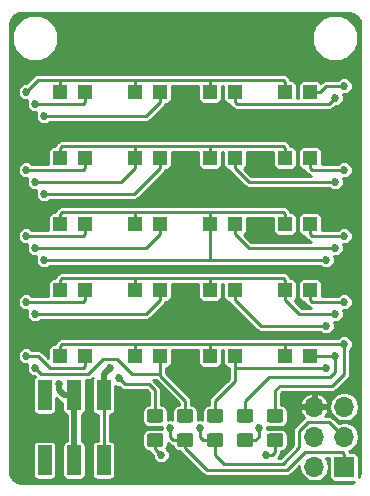
<source format=gtl>
G04 #@! TF.GenerationSoftware,KiCad,Pcbnew,(5.0.2)-1*
G04 #@! TF.CreationDate,2019-03-01T12:21:37-06:00*
G04 #@! TF.ProjectId,matrix_badge,6d617472-6978-45f6-9261-6467652e6b69,rev?*
G04 #@! TF.SameCoordinates,Original*
G04 #@! TF.FileFunction,Copper,L1,Top*
G04 #@! TF.FilePolarity,Positive*
%FSLAX46Y46*%
G04 Gerber Fmt 4.6, Leading zero omitted, Abs format (unit mm)*
G04 Created by KiCad (PCBNEW (5.0.2)-1) date 3/1/2019 12:21:37 PM*
%MOMM*%
%LPD*%
G01*
G04 APERTURE LIST*
G04 #@! TA.AperFunction,ComponentPad*
%ADD10R,1.700000X1.700000*%
G04 #@! TD*
G04 #@! TA.AperFunction,ComponentPad*
%ADD11O,1.700000X1.700000*%
G04 #@! TD*
G04 #@! TA.AperFunction,SMDPad,CuDef*
%ADD12R,1.200000X2.500000*%
G04 #@! TD*
G04 #@! TA.AperFunction,Conductor*
%ADD13C,0.100000*%
G04 #@! TD*
G04 #@! TA.AperFunction,SMDPad,CuDef*
%ADD14C,1.150000*%
G04 #@! TD*
G04 #@! TA.AperFunction,SMDPad,CuDef*
%ADD15R,1.200000X1.200000*%
G04 #@! TD*
G04 #@! TA.AperFunction,ViaPad*
%ADD16C,0.685800*%
G04 #@! TD*
G04 #@! TA.AperFunction,Conductor*
%ADD17C,0.254000*%
G04 #@! TD*
G04 #@! TA.AperFunction,Conductor*
%ADD18C,0.508000*%
G04 #@! TD*
G04 APERTURE END LIST*
D10*
G04 #@! TO.P,J1,1*
G04 #@! TO.N,MISO*
X155702000Y-115062000D03*
D11*
G04 #@! TO.P,J1,2*
G04 #@! TO.N,VDD*
X153162000Y-115062000D03*
G04 #@! TO.P,J1,3*
G04 #@! TO.N,SCK*
X155702000Y-112522000D03*
G04 #@! TO.P,J1,4*
G04 #@! TO.N,MOSI*
X153162000Y-112522000D03*
G04 #@! TO.P,J1,5*
G04 #@! TO.N,~RST*
X155702000Y-109982000D03*
G04 #@! TO.P,J1,6*
G04 #@! TO.N,GND*
X153162000Y-109982000D03*
G04 #@! TD*
D12*
G04 #@! TO.P,S1,3*
G04 #@! TO.N,Net-(S1-Pad3)*
X130342000Y-109010000D03*
G04 #@! TO.P,S1,2*
G04 #@! TO.N,VDD*
X132842000Y-109010000D03*
G04 #@! TO.P,S1,1*
G04 #@! TO.N,Net-(BT1-Pad1)*
X135342000Y-109010000D03*
G04 #@! TO.P,S1,4*
X135342000Y-114510000D03*
G04 #@! TO.P,S1,5*
G04 #@! TO.N,VDD*
X132842000Y-114510000D03*
G04 #@! TO.P,S1,6*
G04 #@! TO.N,Net-(S1-Pad6)*
X130342000Y-114510000D03*
G04 #@! TD*
D13*
G04 #@! TO.N,P5*
G04 #@! TO.C,R6*
G36*
X150334505Y-110161204D02*
X150358773Y-110164804D01*
X150382572Y-110170765D01*
X150405671Y-110179030D01*
X150427850Y-110189520D01*
X150448893Y-110202132D01*
X150468599Y-110216747D01*
X150486777Y-110233223D01*
X150503253Y-110251401D01*
X150517868Y-110271107D01*
X150530480Y-110292150D01*
X150540970Y-110314329D01*
X150549235Y-110337428D01*
X150555196Y-110361227D01*
X150558796Y-110385495D01*
X150560000Y-110409999D01*
X150560000Y-111060001D01*
X150558796Y-111084505D01*
X150555196Y-111108773D01*
X150549235Y-111132572D01*
X150540970Y-111155671D01*
X150530480Y-111177850D01*
X150517868Y-111198893D01*
X150503253Y-111218599D01*
X150486777Y-111236777D01*
X150468599Y-111253253D01*
X150448893Y-111267868D01*
X150427850Y-111280480D01*
X150405671Y-111290970D01*
X150382572Y-111299235D01*
X150358773Y-111305196D01*
X150334505Y-111308796D01*
X150310001Y-111310000D01*
X149409999Y-111310000D01*
X149385495Y-111308796D01*
X149361227Y-111305196D01*
X149337428Y-111299235D01*
X149314329Y-111290970D01*
X149292150Y-111280480D01*
X149271107Y-111267868D01*
X149251401Y-111253253D01*
X149233223Y-111236777D01*
X149216747Y-111218599D01*
X149202132Y-111198893D01*
X149189520Y-111177850D01*
X149179030Y-111155671D01*
X149170765Y-111132572D01*
X149164804Y-111108773D01*
X149161204Y-111084505D01*
X149160000Y-111060001D01*
X149160000Y-110409999D01*
X149161204Y-110385495D01*
X149164804Y-110361227D01*
X149170765Y-110337428D01*
X149179030Y-110314329D01*
X149189520Y-110292150D01*
X149202132Y-110271107D01*
X149216747Y-110251401D01*
X149233223Y-110233223D01*
X149251401Y-110216747D01*
X149271107Y-110202132D01*
X149292150Y-110189520D01*
X149314329Y-110179030D01*
X149337428Y-110170765D01*
X149361227Y-110164804D01*
X149385495Y-110161204D01*
X149409999Y-110160000D01*
X150310001Y-110160000D01*
X150334505Y-110161204D01*
X150334505Y-110161204D01*
G37*
D14*
G04 #@! TD*
G04 #@! TO.P,R6,1*
G04 #@! TO.N,P5*
X149860000Y-110735000D03*
D13*
G04 #@! TO.N,Net-(R6-Pad2)*
G04 #@! TO.C,R6*
G36*
X150334505Y-112211204D02*
X150358773Y-112214804D01*
X150382572Y-112220765D01*
X150405671Y-112229030D01*
X150427850Y-112239520D01*
X150448893Y-112252132D01*
X150468599Y-112266747D01*
X150486777Y-112283223D01*
X150503253Y-112301401D01*
X150517868Y-112321107D01*
X150530480Y-112342150D01*
X150540970Y-112364329D01*
X150549235Y-112387428D01*
X150555196Y-112411227D01*
X150558796Y-112435495D01*
X150560000Y-112459999D01*
X150560000Y-113110001D01*
X150558796Y-113134505D01*
X150555196Y-113158773D01*
X150549235Y-113182572D01*
X150540970Y-113205671D01*
X150530480Y-113227850D01*
X150517868Y-113248893D01*
X150503253Y-113268599D01*
X150486777Y-113286777D01*
X150468599Y-113303253D01*
X150448893Y-113317868D01*
X150427850Y-113330480D01*
X150405671Y-113340970D01*
X150382572Y-113349235D01*
X150358773Y-113355196D01*
X150334505Y-113358796D01*
X150310001Y-113360000D01*
X149409999Y-113360000D01*
X149385495Y-113358796D01*
X149361227Y-113355196D01*
X149337428Y-113349235D01*
X149314329Y-113340970D01*
X149292150Y-113330480D01*
X149271107Y-113317868D01*
X149251401Y-113303253D01*
X149233223Y-113286777D01*
X149216747Y-113268599D01*
X149202132Y-113248893D01*
X149189520Y-113227850D01*
X149179030Y-113205671D01*
X149170765Y-113182572D01*
X149164804Y-113158773D01*
X149161204Y-113134505D01*
X149160000Y-113110001D01*
X149160000Y-112459999D01*
X149161204Y-112435495D01*
X149164804Y-112411227D01*
X149170765Y-112387428D01*
X149179030Y-112364329D01*
X149189520Y-112342150D01*
X149202132Y-112321107D01*
X149216747Y-112301401D01*
X149233223Y-112283223D01*
X149251401Y-112266747D01*
X149271107Y-112252132D01*
X149292150Y-112239520D01*
X149314329Y-112229030D01*
X149337428Y-112220765D01*
X149361227Y-112214804D01*
X149385495Y-112211204D01*
X149409999Y-112210000D01*
X150310001Y-112210000D01*
X150334505Y-112211204D01*
X150334505Y-112211204D01*
G37*
D14*
G04 #@! TD*
G04 #@! TO.P,R6,2*
G04 #@! TO.N,Net-(R6-Pad2)*
X149860000Y-112785000D03*
D15*
G04 #@! TO.P,D1,1*
G04 #@! TO.N,P1*
X131665000Y-83312000D03*
G04 #@! TO.P,D1,2*
G04 #@! TO.N,P2*
X133765000Y-83312000D03*
G04 #@! TD*
G04 #@! TO.P,D2,2*
G04 #@! TO.N,P3*
X140115000Y-83312000D03*
G04 #@! TO.P,D2,1*
G04 #@! TO.N,P1*
X138015000Y-83312000D03*
G04 #@! TD*
G04 #@! TO.P,D3,1*
G04 #@! TO.N,P1*
X144365000Y-83312000D03*
G04 #@! TO.P,D3,2*
G04 #@! TO.N,P4*
X146465000Y-83312000D03*
G04 #@! TD*
G04 #@! TO.P,D4,2*
G04 #@! TO.N,P5*
X152815000Y-83312000D03*
G04 #@! TO.P,D4,1*
G04 #@! TO.N,P1*
X150715000Y-83312000D03*
G04 #@! TD*
G04 #@! TO.P,D5,2*
G04 #@! TO.N,P1*
X133765000Y-88900000D03*
G04 #@! TO.P,D5,1*
G04 #@! TO.N,P2*
X131665000Y-88900000D03*
G04 #@! TD*
G04 #@! TO.P,D6,1*
G04 #@! TO.N,P2*
X138015000Y-88900000D03*
G04 #@! TO.P,D6,2*
G04 #@! TO.N,P3*
X140115000Y-88900000D03*
G04 #@! TD*
G04 #@! TO.P,D7,2*
G04 #@! TO.N,P4*
X146465000Y-88900000D03*
G04 #@! TO.P,D7,1*
G04 #@! TO.N,P2*
X144365000Y-88900000D03*
G04 #@! TD*
G04 #@! TO.P,D8,1*
G04 #@! TO.N,P2*
X150715000Y-88900000D03*
G04 #@! TO.P,D8,2*
G04 #@! TO.N,P5*
X152815000Y-88900000D03*
G04 #@! TD*
G04 #@! TO.P,D9,2*
G04 #@! TO.N,P1*
X133765000Y-94488000D03*
G04 #@! TO.P,D9,1*
G04 #@! TO.N,P3*
X131665000Y-94488000D03*
G04 #@! TD*
G04 #@! TO.P,D10,1*
G04 #@! TO.N,P3*
X138015000Y-94488000D03*
G04 #@! TO.P,D10,2*
G04 #@! TO.N,P2*
X140115000Y-94488000D03*
G04 #@! TD*
G04 #@! TO.P,D11,2*
G04 #@! TO.N,P4*
X146465000Y-94488000D03*
G04 #@! TO.P,D11,1*
G04 #@! TO.N,P3*
X144365000Y-94488000D03*
G04 #@! TD*
G04 #@! TO.P,D12,1*
G04 #@! TO.N,P3*
X150715000Y-94488000D03*
G04 #@! TO.P,D12,2*
G04 #@! TO.N,P5*
X152815000Y-94488000D03*
G04 #@! TD*
G04 #@! TO.P,D13,2*
G04 #@! TO.N,P1*
X133765000Y-100076000D03*
G04 #@! TO.P,D13,1*
G04 #@! TO.N,P4*
X131665000Y-100076000D03*
G04 #@! TD*
G04 #@! TO.P,D14,1*
G04 #@! TO.N,P4*
X138015000Y-100076000D03*
G04 #@! TO.P,D14,2*
G04 #@! TO.N,P2*
X140115000Y-100076000D03*
G04 #@! TD*
G04 #@! TO.P,D15,2*
G04 #@! TO.N,P3*
X146465000Y-100076000D03*
G04 #@! TO.P,D15,1*
G04 #@! TO.N,P4*
X144365000Y-100076000D03*
G04 #@! TD*
G04 #@! TO.P,D16,1*
G04 #@! TO.N,P4*
X150715000Y-100076000D03*
G04 #@! TO.P,D16,2*
G04 #@! TO.N,P5*
X152815000Y-100076000D03*
G04 #@! TD*
G04 #@! TO.P,D17,2*
G04 #@! TO.N,P1*
X133765000Y-105664000D03*
G04 #@! TO.P,D17,1*
G04 #@! TO.N,P5*
X131665000Y-105664000D03*
G04 #@! TD*
G04 #@! TO.P,D18,1*
G04 #@! TO.N,P5*
X138015000Y-105664000D03*
G04 #@! TO.P,D18,2*
G04 #@! TO.N,P2*
X140115000Y-105664000D03*
G04 #@! TD*
G04 #@! TO.P,D19,2*
G04 #@! TO.N,P3*
X146465000Y-105664000D03*
G04 #@! TO.P,D19,1*
G04 #@! TO.N,P5*
X144365000Y-105664000D03*
G04 #@! TD*
G04 #@! TO.P,D20,1*
G04 #@! TO.N,P5*
X150715000Y-105664000D03*
G04 #@! TO.P,D20,2*
G04 #@! TO.N,P4*
X152815000Y-105664000D03*
G04 #@! TD*
D13*
G04 #@! TO.N,P1*
G04 #@! TO.C,R2*
G36*
X140174505Y-110161204D02*
X140198773Y-110164804D01*
X140222572Y-110170765D01*
X140245671Y-110179030D01*
X140267850Y-110189520D01*
X140288893Y-110202132D01*
X140308599Y-110216747D01*
X140326777Y-110233223D01*
X140343253Y-110251401D01*
X140357868Y-110271107D01*
X140370480Y-110292150D01*
X140380970Y-110314329D01*
X140389235Y-110337428D01*
X140395196Y-110361227D01*
X140398796Y-110385495D01*
X140400000Y-110409999D01*
X140400000Y-111060001D01*
X140398796Y-111084505D01*
X140395196Y-111108773D01*
X140389235Y-111132572D01*
X140380970Y-111155671D01*
X140370480Y-111177850D01*
X140357868Y-111198893D01*
X140343253Y-111218599D01*
X140326777Y-111236777D01*
X140308599Y-111253253D01*
X140288893Y-111267868D01*
X140267850Y-111280480D01*
X140245671Y-111290970D01*
X140222572Y-111299235D01*
X140198773Y-111305196D01*
X140174505Y-111308796D01*
X140150001Y-111310000D01*
X139249999Y-111310000D01*
X139225495Y-111308796D01*
X139201227Y-111305196D01*
X139177428Y-111299235D01*
X139154329Y-111290970D01*
X139132150Y-111280480D01*
X139111107Y-111267868D01*
X139091401Y-111253253D01*
X139073223Y-111236777D01*
X139056747Y-111218599D01*
X139042132Y-111198893D01*
X139029520Y-111177850D01*
X139019030Y-111155671D01*
X139010765Y-111132572D01*
X139004804Y-111108773D01*
X139001204Y-111084505D01*
X139000000Y-111060001D01*
X139000000Y-110409999D01*
X139001204Y-110385495D01*
X139004804Y-110361227D01*
X139010765Y-110337428D01*
X139019030Y-110314329D01*
X139029520Y-110292150D01*
X139042132Y-110271107D01*
X139056747Y-110251401D01*
X139073223Y-110233223D01*
X139091401Y-110216747D01*
X139111107Y-110202132D01*
X139132150Y-110189520D01*
X139154329Y-110179030D01*
X139177428Y-110170765D01*
X139201227Y-110164804D01*
X139225495Y-110161204D01*
X139249999Y-110160000D01*
X140150001Y-110160000D01*
X140174505Y-110161204D01*
X140174505Y-110161204D01*
G37*
D14*
G04 #@! TD*
G04 #@! TO.P,R2,1*
G04 #@! TO.N,P1*
X139700000Y-110735000D03*
D13*
G04 #@! TO.N,MOSI*
G04 #@! TO.C,R2*
G36*
X140174505Y-112211204D02*
X140198773Y-112214804D01*
X140222572Y-112220765D01*
X140245671Y-112229030D01*
X140267850Y-112239520D01*
X140288893Y-112252132D01*
X140308599Y-112266747D01*
X140326777Y-112283223D01*
X140343253Y-112301401D01*
X140357868Y-112321107D01*
X140370480Y-112342150D01*
X140380970Y-112364329D01*
X140389235Y-112387428D01*
X140395196Y-112411227D01*
X140398796Y-112435495D01*
X140400000Y-112459999D01*
X140400000Y-113110001D01*
X140398796Y-113134505D01*
X140395196Y-113158773D01*
X140389235Y-113182572D01*
X140380970Y-113205671D01*
X140370480Y-113227850D01*
X140357868Y-113248893D01*
X140343253Y-113268599D01*
X140326777Y-113286777D01*
X140308599Y-113303253D01*
X140288893Y-113317868D01*
X140267850Y-113330480D01*
X140245671Y-113340970D01*
X140222572Y-113349235D01*
X140198773Y-113355196D01*
X140174505Y-113358796D01*
X140150001Y-113360000D01*
X139249999Y-113360000D01*
X139225495Y-113358796D01*
X139201227Y-113355196D01*
X139177428Y-113349235D01*
X139154329Y-113340970D01*
X139132150Y-113330480D01*
X139111107Y-113317868D01*
X139091401Y-113303253D01*
X139073223Y-113286777D01*
X139056747Y-113268599D01*
X139042132Y-113248893D01*
X139029520Y-113227850D01*
X139019030Y-113205671D01*
X139010765Y-113182572D01*
X139004804Y-113158773D01*
X139001204Y-113134505D01*
X139000000Y-113110001D01*
X139000000Y-112459999D01*
X139001204Y-112435495D01*
X139004804Y-112411227D01*
X139010765Y-112387428D01*
X139019030Y-112364329D01*
X139029520Y-112342150D01*
X139042132Y-112321107D01*
X139056747Y-112301401D01*
X139073223Y-112283223D01*
X139091401Y-112266747D01*
X139111107Y-112252132D01*
X139132150Y-112239520D01*
X139154329Y-112229030D01*
X139177428Y-112220765D01*
X139201227Y-112214804D01*
X139225495Y-112211204D01*
X139249999Y-112210000D01*
X140150001Y-112210000D01*
X140174505Y-112211204D01*
X140174505Y-112211204D01*
G37*
D14*
G04 #@! TD*
G04 #@! TO.P,R2,2*
G04 #@! TO.N,MOSI*
X139700000Y-112785000D03*
D13*
G04 #@! TO.N,MISO*
G04 #@! TO.C,R3*
G36*
X142714505Y-112211204D02*
X142738773Y-112214804D01*
X142762572Y-112220765D01*
X142785671Y-112229030D01*
X142807850Y-112239520D01*
X142828893Y-112252132D01*
X142848599Y-112266747D01*
X142866777Y-112283223D01*
X142883253Y-112301401D01*
X142897868Y-112321107D01*
X142910480Y-112342150D01*
X142920970Y-112364329D01*
X142929235Y-112387428D01*
X142935196Y-112411227D01*
X142938796Y-112435495D01*
X142940000Y-112459999D01*
X142940000Y-113110001D01*
X142938796Y-113134505D01*
X142935196Y-113158773D01*
X142929235Y-113182572D01*
X142920970Y-113205671D01*
X142910480Y-113227850D01*
X142897868Y-113248893D01*
X142883253Y-113268599D01*
X142866777Y-113286777D01*
X142848599Y-113303253D01*
X142828893Y-113317868D01*
X142807850Y-113330480D01*
X142785671Y-113340970D01*
X142762572Y-113349235D01*
X142738773Y-113355196D01*
X142714505Y-113358796D01*
X142690001Y-113360000D01*
X141789999Y-113360000D01*
X141765495Y-113358796D01*
X141741227Y-113355196D01*
X141717428Y-113349235D01*
X141694329Y-113340970D01*
X141672150Y-113330480D01*
X141651107Y-113317868D01*
X141631401Y-113303253D01*
X141613223Y-113286777D01*
X141596747Y-113268599D01*
X141582132Y-113248893D01*
X141569520Y-113227850D01*
X141559030Y-113205671D01*
X141550765Y-113182572D01*
X141544804Y-113158773D01*
X141541204Y-113134505D01*
X141540000Y-113110001D01*
X141540000Y-112459999D01*
X141541204Y-112435495D01*
X141544804Y-112411227D01*
X141550765Y-112387428D01*
X141559030Y-112364329D01*
X141569520Y-112342150D01*
X141582132Y-112321107D01*
X141596747Y-112301401D01*
X141613223Y-112283223D01*
X141631401Y-112266747D01*
X141651107Y-112252132D01*
X141672150Y-112239520D01*
X141694329Y-112229030D01*
X141717428Y-112220765D01*
X141741227Y-112214804D01*
X141765495Y-112211204D01*
X141789999Y-112210000D01*
X142690001Y-112210000D01*
X142714505Y-112211204D01*
X142714505Y-112211204D01*
G37*
D14*
G04 #@! TD*
G04 #@! TO.P,R3,2*
G04 #@! TO.N,MISO*
X142240000Y-112785000D03*
D13*
G04 #@! TO.N,P2*
G04 #@! TO.C,R3*
G36*
X142714505Y-110161204D02*
X142738773Y-110164804D01*
X142762572Y-110170765D01*
X142785671Y-110179030D01*
X142807850Y-110189520D01*
X142828893Y-110202132D01*
X142848599Y-110216747D01*
X142866777Y-110233223D01*
X142883253Y-110251401D01*
X142897868Y-110271107D01*
X142910480Y-110292150D01*
X142920970Y-110314329D01*
X142929235Y-110337428D01*
X142935196Y-110361227D01*
X142938796Y-110385495D01*
X142940000Y-110409999D01*
X142940000Y-111060001D01*
X142938796Y-111084505D01*
X142935196Y-111108773D01*
X142929235Y-111132572D01*
X142920970Y-111155671D01*
X142910480Y-111177850D01*
X142897868Y-111198893D01*
X142883253Y-111218599D01*
X142866777Y-111236777D01*
X142848599Y-111253253D01*
X142828893Y-111267868D01*
X142807850Y-111280480D01*
X142785671Y-111290970D01*
X142762572Y-111299235D01*
X142738773Y-111305196D01*
X142714505Y-111308796D01*
X142690001Y-111310000D01*
X141789999Y-111310000D01*
X141765495Y-111308796D01*
X141741227Y-111305196D01*
X141717428Y-111299235D01*
X141694329Y-111290970D01*
X141672150Y-111280480D01*
X141651107Y-111267868D01*
X141631401Y-111253253D01*
X141613223Y-111236777D01*
X141596747Y-111218599D01*
X141582132Y-111198893D01*
X141569520Y-111177850D01*
X141559030Y-111155671D01*
X141550765Y-111132572D01*
X141544804Y-111108773D01*
X141541204Y-111084505D01*
X141540000Y-111060001D01*
X141540000Y-110409999D01*
X141541204Y-110385495D01*
X141544804Y-110361227D01*
X141550765Y-110337428D01*
X141559030Y-110314329D01*
X141569520Y-110292150D01*
X141582132Y-110271107D01*
X141596747Y-110251401D01*
X141613223Y-110233223D01*
X141631401Y-110216747D01*
X141651107Y-110202132D01*
X141672150Y-110189520D01*
X141694329Y-110179030D01*
X141717428Y-110170765D01*
X141741227Y-110164804D01*
X141765495Y-110161204D01*
X141789999Y-110160000D01*
X142690001Y-110160000D01*
X142714505Y-110161204D01*
X142714505Y-110161204D01*
G37*
D14*
G04 #@! TD*
G04 #@! TO.P,R3,1*
G04 #@! TO.N,P2*
X142240000Y-110735000D03*
D13*
G04 #@! TO.N,P3*
G04 #@! TO.C,R4*
G36*
X145254505Y-110161204D02*
X145278773Y-110164804D01*
X145302572Y-110170765D01*
X145325671Y-110179030D01*
X145347850Y-110189520D01*
X145368893Y-110202132D01*
X145388599Y-110216747D01*
X145406777Y-110233223D01*
X145423253Y-110251401D01*
X145437868Y-110271107D01*
X145450480Y-110292150D01*
X145460970Y-110314329D01*
X145469235Y-110337428D01*
X145475196Y-110361227D01*
X145478796Y-110385495D01*
X145480000Y-110409999D01*
X145480000Y-111060001D01*
X145478796Y-111084505D01*
X145475196Y-111108773D01*
X145469235Y-111132572D01*
X145460970Y-111155671D01*
X145450480Y-111177850D01*
X145437868Y-111198893D01*
X145423253Y-111218599D01*
X145406777Y-111236777D01*
X145388599Y-111253253D01*
X145368893Y-111267868D01*
X145347850Y-111280480D01*
X145325671Y-111290970D01*
X145302572Y-111299235D01*
X145278773Y-111305196D01*
X145254505Y-111308796D01*
X145230001Y-111310000D01*
X144329999Y-111310000D01*
X144305495Y-111308796D01*
X144281227Y-111305196D01*
X144257428Y-111299235D01*
X144234329Y-111290970D01*
X144212150Y-111280480D01*
X144191107Y-111267868D01*
X144171401Y-111253253D01*
X144153223Y-111236777D01*
X144136747Y-111218599D01*
X144122132Y-111198893D01*
X144109520Y-111177850D01*
X144099030Y-111155671D01*
X144090765Y-111132572D01*
X144084804Y-111108773D01*
X144081204Y-111084505D01*
X144080000Y-111060001D01*
X144080000Y-110409999D01*
X144081204Y-110385495D01*
X144084804Y-110361227D01*
X144090765Y-110337428D01*
X144099030Y-110314329D01*
X144109520Y-110292150D01*
X144122132Y-110271107D01*
X144136747Y-110251401D01*
X144153223Y-110233223D01*
X144171401Y-110216747D01*
X144191107Y-110202132D01*
X144212150Y-110189520D01*
X144234329Y-110179030D01*
X144257428Y-110170765D01*
X144281227Y-110164804D01*
X144305495Y-110161204D01*
X144329999Y-110160000D01*
X145230001Y-110160000D01*
X145254505Y-110161204D01*
X145254505Y-110161204D01*
G37*
D14*
G04 #@! TD*
G04 #@! TO.P,R4,1*
G04 #@! TO.N,P3*
X144780000Y-110735000D03*
D13*
G04 #@! TO.N,SCK*
G04 #@! TO.C,R4*
G36*
X145254505Y-112211204D02*
X145278773Y-112214804D01*
X145302572Y-112220765D01*
X145325671Y-112229030D01*
X145347850Y-112239520D01*
X145368893Y-112252132D01*
X145388599Y-112266747D01*
X145406777Y-112283223D01*
X145423253Y-112301401D01*
X145437868Y-112321107D01*
X145450480Y-112342150D01*
X145460970Y-112364329D01*
X145469235Y-112387428D01*
X145475196Y-112411227D01*
X145478796Y-112435495D01*
X145480000Y-112459999D01*
X145480000Y-113110001D01*
X145478796Y-113134505D01*
X145475196Y-113158773D01*
X145469235Y-113182572D01*
X145460970Y-113205671D01*
X145450480Y-113227850D01*
X145437868Y-113248893D01*
X145423253Y-113268599D01*
X145406777Y-113286777D01*
X145388599Y-113303253D01*
X145368893Y-113317868D01*
X145347850Y-113330480D01*
X145325671Y-113340970D01*
X145302572Y-113349235D01*
X145278773Y-113355196D01*
X145254505Y-113358796D01*
X145230001Y-113360000D01*
X144329999Y-113360000D01*
X144305495Y-113358796D01*
X144281227Y-113355196D01*
X144257428Y-113349235D01*
X144234329Y-113340970D01*
X144212150Y-113330480D01*
X144191107Y-113317868D01*
X144171401Y-113303253D01*
X144153223Y-113286777D01*
X144136747Y-113268599D01*
X144122132Y-113248893D01*
X144109520Y-113227850D01*
X144099030Y-113205671D01*
X144090765Y-113182572D01*
X144084804Y-113158773D01*
X144081204Y-113134505D01*
X144080000Y-113110001D01*
X144080000Y-112459999D01*
X144081204Y-112435495D01*
X144084804Y-112411227D01*
X144090765Y-112387428D01*
X144099030Y-112364329D01*
X144109520Y-112342150D01*
X144122132Y-112321107D01*
X144136747Y-112301401D01*
X144153223Y-112283223D01*
X144171401Y-112266747D01*
X144191107Y-112252132D01*
X144212150Y-112239520D01*
X144234329Y-112229030D01*
X144257428Y-112220765D01*
X144281227Y-112214804D01*
X144305495Y-112211204D01*
X144329999Y-112210000D01*
X145230001Y-112210000D01*
X145254505Y-112211204D01*
X145254505Y-112211204D01*
G37*
D14*
G04 #@! TD*
G04 #@! TO.P,R4,2*
G04 #@! TO.N,SCK*
X144780000Y-112785000D03*
D13*
G04 #@! TO.N,Net-(R5-Pad2)*
G04 #@! TO.C,R5*
G36*
X147794505Y-112211204D02*
X147818773Y-112214804D01*
X147842572Y-112220765D01*
X147865671Y-112229030D01*
X147887850Y-112239520D01*
X147908893Y-112252132D01*
X147928599Y-112266747D01*
X147946777Y-112283223D01*
X147963253Y-112301401D01*
X147977868Y-112321107D01*
X147990480Y-112342150D01*
X148000970Y-112364329D01*
X148009235Y-112387428D01*
X148015196Y-112411227D01*
X148018796Y-112435495D01*
X148020000Y-112459999D01*
X148020000Y-113110001D01*
X148018796Y-113134505D01*
X148015196Y-113158773D01*
X148009235Y-113182572D01*
X148000970Y-113205671D01*
X147990480Y-113227850D01*
X147977868Y-113248893D01*
X147963253Y-113268599D01*
X147946777Y-113286777D01*
X147928599Y-113303253D01*
X147908893Y-113317868D01*
X147887850Y-113330480D01*
X147865671Y-113340970D01*
X147842572Y-113349235D01*
X147818773Y-113355196D01*
X147794505Y-113358796D01*
X147770001Y-113360000D01*
X146869999Y-113360000D01*
X146845495Y-113358796D01*
X146821227Y-113355196D01*
X146797428Y-113349235D01*
X146774329Y-113340970D01*
X146752150Y-113330480D01*
X146731107Y-113317868D01*
X146711401Y-113303253D01*
X146693223Y-113286777D01*
X146676747Y-113268599D01*
X146662132Y-113248893D01*
X146649520Y-113227850D01*
X146639030Y-113205671D01*
X146630765Y-113182572D01*
X146624804Y-113158773D01*
X146621204Y-113134505D01*
X146620000Y-113110001D01*
X146620000Y-112459999D01*
X146621204Y-112435495D01*
X146624804Y-112411227D01*
X146630765Y-112387428D01*
X146639030Y-112364329D01*
X146649520Y-112342150D01*
X146662132Y-112321107D01*
X146676747Y-112301401D01*
X146693223Y-112283223D01*
X146711401Y-112266747D01*
X146731107Y-112252132D01*
X146752150Y-112239520D01*
X146774329Y-112229030D01*
X146797428Y-112220765D01*
X146821227Y-112214804D01*
X146845495Y-112211204D01*
X146869999Y-112210000D01*
X147770001Y-112210000D01*
X147794505Y-112211204D01*
X147794505Y-112211204D01*
G37*
D14*
G04 #@! TD*
G04 #@! TO.P,R5,2*
G04 #@! TO.N,Net-(R5-Pad2)*
X147320000Y-112785000D03*
D13*
G04 #@! TO.N,P4*
G04 #@! TO.C,R5*
G36*
X147794505Y-110161204D02*
X147818773Y-110164804D01*
X147842572Y-110170765D01*
X147865671Y-110179030D01*
X147887850Y-110189520D01*
X147908893Y-110202132D01*
X147928599Y-110216747D01*
X147946777Y-110233223D01*
X147963253Y-110251401D01*
X147977868Y-110271107D01*
X147990480Y-110292150D01*
X148000970Y-110314329D01*
X148009235Y-110337428D01*
X148015196Y-110361227D01*
X148018796Y-110385495D01*
X148020000Y-110409999D01*
X148020000Y-111060001D01*
X148018796Y-111084505D01*
X148015196Y-111108773D01*
X148009235Y-111132572D01*
X148000970Y-111155671D01*
X147990480Y-111177850D01*
X147977868Y-111198893D01*
X147963253Y-111218599D01*
X147946777Y-111236777D01*
X147928599Y-111253253D01*
X147908893Y-111267868D01*
X147887850Y-111280480D01*
X147865671Y-111290970D01*
X147842572Y-111299235D01*
X147818773Y-111305196D01*
X147794505Y-111308796D01*
X147770001Y-111310000D01*
X146869999Y-111310000D01*
X146845495Y-111308796D01*
X146821227Y-111305196D01*
X146797428Y-111299235D01*
X146774329Y-111290970D01*
X146752150Y-111280480D01*
X146731107Y-111267868D01*
X146711401Y-111253253D01*
X146693223Y-111236777D01*
X146676747Y-111218599D01*
X146662132Y-111198893D01*
X146649520Y-111177850D01*
X146639030Y-111155671D01*
X146630765Y-111132572D01*
X146624804Y-111108773D01*
X146621204Y-111084505D01*
X146620000Y-111060001D01*
X146620000Y-110409999D01*
X146621204Y-110385495D01*
X146624804Y-110361227D01*
X146630765Y-110337428D01*
X146639030Y-110314329D01*
X146649520Y-110292150D01*
X146662132Y-110271107D01*
X146676747Y-110251401D01*
X146693223Y-110233223D01*
X146711401Y-110216747D01*
X146731107Y-110202132D01*
X146752150Y-110189520D01*
X146774329Y-110179030D01*
X146797428Y-110170765D01*
X146821227Y-110164804D01*
X146845495Y-110161204D01*
X146869999Y-110160000D01*
X147770001Y-110160000D01*
X147794505Y-110161204D01*
X147794505Y-110161204D01*
G37*
D14*
G04 #@! TD*
G04 #@! TO.P,R5,1*
G04 #@! TO.N,P4*
X147320000Y-110735000D03*
D16*
G04 #@! TO.N,GND*
X132842000Y-86106000D03*
X151638000Y-86106000D03*
X141605000Y-114046000D03*
X143510000Y-109728000D03*
X140970000Y-109728000D03*
X129032000Y-108204000D03*
X154178000Y-91821000D03*
X130302000Y-104902000D03*
X153416000Y-103886000D03*
X129032000Y-115316000D03*
X136652000Y-115316000D03*
G04 #@! TO.N,P1*
X136652000Y-107569000D03*
G04 #@! TO.N,MOSI*
X140208000Y-114046000D03*
G04 #@! TO.N,MISO*
X140970000Y-111760000D03*
G04 #@! TO.N,SCK*
X143510000Y-111760000D03*
G04 #@! TO.N,Net-(R6-Pad2)*
X149098000Y-114046000D03*
G04 #@! TO.N,Net-(R5-Pad2)*
X148463000Y-111760000D03*
G04 #@! TO.N,VDD*
X131572000Y-108077000D03*
G04 #@! TO.N,P1*
X128778000Y-105664000D03*
X128778000Y-101092000D03*
X128778000Y-95504000D03*
X128778000Y-89916000D03*
X128778000Y-83312000D03*
G04 #@! TO.N,P2*
X129540000Y-106680000D03*
X129540000Y-84328000D03*
X129540000Y-96520000D03*
X129540000Y-102108000D03*
X129540000Y-90932000D03*
G04 #@! TO.N,P3*
X154178000Y-106680000D03*
X154178000Y-97536000D03*
X130302000Y-85344000D03*
X130302000Y-91948000D03*
X130302000Y-97536000D03*
X154178000Y-103124000D03*
G04 #@! TO.N,P4*
X154940000Y-83820000D03*
X154940000Y-90932000D03*
X154940000Y-96520000D03*
X154940000Y-102108000D03*
X154940000Y-105664000D03*
G04 #@! TO.N,P5*
X155702000Y-104648000D03*
X155702000Y-89916000D03*
X155702000Y-82804000D03*
X155702000Y-95504000D03*
X155702000Y-101092000D03*
G04 #@! TO.N,Net-(BT1-Pad1)*
X135890000Y-106680000D03*
G04 #@! TD*
D17*
G04 #@! TO.N,VDD*
X132798000Y-108966000D02*
X132842000Y-109010000D01*
D18*
X132842000Y-109010000D02*
X132842000Y-110768000D01*
X132842000Y-110768000D02*
X132842000Y-114510000D01*
X131572000Y-108585000D02*
X131572000Y-108077000D01*
X132842000Y-109010000D02*
X131997000Y-109010000D01*
X131997000Y-109010000D02*
X131572000Y-108585000D01*
D17*
G04 #@! TO.N,P1*
X150715000Y-82458000D02*
X150553000Y-82296000D01*
X150715000Y-83312000D02*
X150715000Y-82458000D01*
X133765000Y-106518000D02*
X133603000Y-106680000D01*
X133765000Y-105664000D02*
X133765000Y-106518000D01*
X133765000Y-100930000D02*
X133603000Y-101092000D01*
X133765000Y-100076000D02*
X133765000Y-100930000D01*
X133603000Y-101092000D02*
X130795198Y-101092000D01*
X130795198Y-101092000D02*
X128778000Y-101092000D01*
X133765000Y-95342000D02*
X133603000Y-95504000D01*
X133765000Y-94488000D02*
X133765000Y-95342000D01*
X133603000Y-95504000D02*
X128778000Y-95504000D01*
X133765000Y-89754000D02*
X133603000Y-89916000D01*
X133765000Y-88900000D02*
X133765000Y-89754000D01*
X133603000Y-89916000D02*
X128778000Y-89916000D01*
X128778000Y-105664000D02*
X129794000Y-105664000D01*
X129794000Y-105664000D02*
X130810000Y-106680000D01*
X131665980Y-82457020D02*
X131665980Y-82296000D01*
X131665000Y-82458000D02*
X131665980Y-82457020D01*
X131665000Y-83312000D02*
X131665000Y-82458000D01*
X138015980Y-82457020D02*
X138015980Y-82296000D01*
X138015000Y-82458000D02*
X138015980Y-82457020D01*
X138015000Y-83312000D02*
X138015000Y-82458000D01*
X131665980Y-82296000D02*
X138015980Y-82296000D01*
X144365000Y-82297560D02*
X144363440Y-82296000D01*
X144365000Y-83312000D02*
X144365000Y-82297560D01*
X138015980Y-82296000D02*
X144363440Y-82296000D01*
X144363440Y-82296000D02*
X150553000Y-82296000D01*
X128778000Y-83312000D02*
X129794000Y-82296000D01*
X129794000Y-82296000D02*
X131665980Y-82296000D01*
X130810000Y-106680000D02*
X133603000Y-106680000D01*
X136652000Y-107569000D02*
X137160000Y-108077000D01*
X137160000Y-108077000D02*
X139192000Y-108077000D01*
X139700000Y-108585000D02*
X139700000Y-110735000D01*
X139192000Y-108077000D02*
X139700000Y-108585000D01*
G04 #@! TO.N,P2*
X150715000Y-88900000D02*
X150715000Y-88046000D01*
X150715000Y-88046000D02*
X150553000Y-87884000D01*
X130078815Y-84328000D02*
X129540000Y-84328000D01*
X133765000Y-84166000D02*
X133603000Y-84328000D01*
X133765000Y-83312000D02*
X133765000Y-84166000D01*
X129540000Y-106680000D02*
X130048010Y-107188010D01*
X142240000Y-110735000D02*
X142240000Y-109474000D01*
X142240000Y-109474000D02*
X140115000Y-107349000D01*
X139700000Y-107188000D02*
X140115000Y-107188000D01*
X140115000Y-107349000D02*
X140115000Y-107188000D01*
X140115000Y-107188000D02*
X140115000Y-105664000D01*
X130078815Y-96520000D02*
X129540000Y-96520000D01*
X138937000Y-96520000D02*
X130078815Y-96520000D01*
X140115000Y-95342000D02*
X138937000Y-96520000D01*
X140115000Y-94488000D02*
X140115000Y-95342000D01*
X130078815Y-102108000D02*
X129540000Y-102108000D01*
X138937000Y-102108000D02*
X130078815Y-102108000D01*
X140115000Y-100930000D02*
X138937000Y-102108000D01*
X140115000Y-100076000D02*
X140115000Y-100930000D01*
X138015980Y-88045020D02*
X138015980Y-87884000D01*
X138015000Y-88046000D02*
X138015980Y-88045020D01*
X138015000Y-88900000D02*
X138015000Y-88046000D01*
X138015980Y-87884000D02*
X131827000Y-87884000D01*
X144365980Y-88045020D02*
X144365980Y-87884000D01*
X144365000Y-88046000D02*
X144365980Y-88045020D01*
X144365000Y-88900000D02*
X144365000Y-88046000D01*
X150553000Y-87884000D02*
X144365980Y-87884000D01*
X144365980Y-87884000D02*
X138015980Y-87884000D01*
X131827000Y-84329000D02*
X131826000Y-84328000D01*
X133603000Y-84328000D02*
X131826000Y-84328000D01*
X131826000Y-84328000D02*
X130078815Y-84328000D01*
X131665000Y-88046000D02*
X131827000Y-87884000D01*
X131665000Y-88900000D02*
X131665000Y-88046000D01*
X130078815Y-90932000D02*
X129540000Y-90932000D01*
X136837000Y-90932000D02*
X130078815Y-90932000D01*
X138015000Y-89754000D02*
X136837000Y-90932000D01*
X138015000Y-88900000D02*
X138015000Y-89754000D01*
X130048010Y-107188010D02*
X134056616Y-107188010D01*
X137723374Y-107188000D02*
X139700000Y-107188000D01*
X136491473Y-105956099D02*
X137723374Y-107188000D01*
X135288527Y-105956099D02*
X136491473Y-105956099D01*
X134056616Y-107188010D02*
X135288527Y-105956099D01*
G04 #@! TO.N,P3*
X154178000Y-106680000D02*
X146465000Y-106680000D01*
X144358360Y-97536000D02*
X154178000Y-97536000D01*
X130840815Y-85344000D02*
X130302000Y-85344000D01*
X138937000Y-85344000D02*
X130840815Y-85344000D01*
X140115000Y-84166000D02*
X138937000Y-85344000D01*
X140115000Y-83312000D02*
X140115000Y-84166000D01*
X130840815Y-91948000D02*
X130302000Y-91948000D01*
X137921000Y-91948000D02*
X130840815Y-91948000D01*
X140115000Y-89754000D02*
X137921000Y-91948000D01*
X140115000Y-88900000D02*
X140115000Y-89754000D01*
X150715000Y-93634000D02*
X150715000Y-94488000D01*
X150553000Y-93472000D02*
X150715000Y-93634000D01*
X144365980Y-93472000D02*
X150553000Y-93472000D01*
X131665000Y-93634000D02*
X131827000Y-93472000D01*
X131665000Y-94488000D02*
X131665000Y-93634000D01*
X131827000Y-93472000D02*
X138015980Y-93472000D01*
X144780000Y-110735000D02*
X144780000Y-109474000D01*
X146465000Y-107789000D02*
X146465000Y-106680000D01*
X144780000Y-109474000D02*
X146465000Y-107789000D01*
X138015980Y-93633020D02*
X138015980Y-93472000D01*
X138015000Y-94488000D02*
X138015000Y-93634000D01*
X138015000Y-93634000D02*
X138015980Y-93633020D01*
X144365980Y-93633020D02*
X144365980Y-93472000D01*
X144365000Y-94488000D02*
X144365000Y-93634000D01*
X144365000Y-93634000D02*
X144365980Y-93633020D01*
X138015980Y-93472000D02*
X144365980Y-93472000D01*
X142171000Y-97536000D02*
X144358360Y-97536000D01*
X130302000Y-97536000D02*
X142171000Y-97536000D01*
X144365000Y-97529360D02*
X144358360Y-97536000D01*
X144365000Y-94488000D02*
X144365000Y-97529360D01*
X146465000Y-100930000D02*
X148659000Y-103124000D01*
X148659000Y-103124000D02*
X154178000Y-103124000D01*
X146465000Y-100076000D02*
X146465000Y-100930000D01*
X146465000Y-106680000D02*
X146465000Y-105664000D01*
G04 #@! TO.N,P4*
X150715000Y-99222000D02*
X150715000Y-100076000D01*
X150553000Y-99060000D02*
X150715000Y-99222000D01*
X131665000Y-99222000D02*
X131827000Y-99060000D01*
X131665000Y-100076000D02*
X131665000Y-99222000D01*
X138015980Y-99221020D02*
X138015980Y-99060000D01*
X138015000Y-99222000D02*
X138015980Y-99221020D01*
X138015000Y-100076000D02*
X138015000Y-99222000D01*
X131827000Y-99060000D02*
X138015980Y-99060000D01*
X144368520Y-99218480D02*
X144368520Y-99060000D01*
X144365000Y-99222000D02*
X144368520Y-99218480D01*
X144365000Y-100076000D02*
X144365000Y-99222000D01*
X138015980Y-99060000D02*
X144368520Y-99060000D01*
X144368520Y-99060000D02*
X150553000Y-99060000D01*
X146465000Y-84166000D02*
X146627000Y-84328000D01*
X146465000Y-83312000D02*
X146465000Y-84166000D01*
X154401185Y-90932000D02*
X154940000Y-90932000D01*
X147643000Y-90932000D02*
X154401185Y-90932000D01*
X146465000Y-89754000D02*
X147643000Y-90932000D01*
X146465000Y-88900000D02*
X146465000Y-89754000D01*
X154401185Y-96520000D02*
X154940000Y-96520000D01*
X147643000Y-96520000D02*
X154401185Y-96520000D01*
X146465000Y-95342000D02*
X147643000Y-96520000D01*
X146465000Y-94488000D02*
X146465000Y-95342000D01*
X154401185Y-102108000D02*
X154940000Y-102108000D01*
X151893000Y-102108000D02*
X154401185Y-102108000D01*
X150715000Y-100930000D02*
X151893000Y-102108000D01*
X150715000Y-100076000D02*
X150715000Y-100930000D01*
X152815000Y-105664000D02*
X154940000Y-105664000D01*
X154940000Y-107045762D02*
X154940000Y-105664000D01*
X154543762Y-107442000D02*
X154940000Y-107045762D01*
X149352000Y-107442000D02*
X154543762Y-107442000D01*
X147320000Y-110735000D02*
X147320000Y-109474000D01*
X147320000Y-109474000D02*
X149352000Y-107442000D01*
X154432000Y-84328000D02*
X154940000Y-83820000D01*
X146627000Y-84328000D02*
X154432000Y-84328000D01*
G04 #@! TO.N,P5*
X131665000Y-104810000D02*
X131827000Y-104648000D01*
X131665000Y-105664000D02*
X131665000Y-104810000D01*
X138015000Y-104654060D02*
X138021060Y-104648000D01*
X138015000Y-105664000D02*
X138015000Y-104654060D01*
X131827000Y-104648000D02*
X138021060Y-104648000D01*
X144365980Y-104809020D02*
X144365980Y-104648000D01*
X144365000Y-104810000D02*
X144365980Y-104809020D01*
X144365000Y-105664000D02*
X144365000Y-104810000D01*
X138021060Y-104648000D02*
X144365980Y-104648000D01*
X144365980Y-104648000D02*
X150553000Y-104648000D01*
X150715980Y-104809020D02*
X150715980Y-104648000D01*
X150715000Y-104810000D02*
X150715980Y-104809020D01*
X150715000Y-105664000D02*
X150715000Y-104810000D01*
X150553000Y-104648000D02*
X150715980Y-104648000D01*
X150715980Y-104648000D02*
X155702000Y-104648000D01*
X155163185Y-89916000D02*
X155702000Y-89916000D01*
X152977000Y-89916000D02*
X155163185Y-89916000D01*
X152815000Y-89754000D02*
X152977000Y-89916000D01*
X152815000Y-88900000D02*
X152815000Y-89754000D01*
X155163185Y-95504000D02*
X155702000Y-95504000D01*
X152977000Y-95504000D02*
X155163185Y-95504000D01*
X152815000Y-95342000D02*
X152977000Y-95504000D01*
X152815000Y-94488000D02*
X152815000Y-95342000D01*
X155163185Y-101092000D02*
X155702000Y-101092000D01*
X152977000Y-101092000D02*
X155163185Y-101092000D01*
X152815000Y-100930000D02*
X152977000Y-101092000D01*
X152815000Y-100076000D02*
X152815000Y-100930000D01*
X149860000Y-110060000D02*
X149860000Y-110735000D01*
X149860000Y-108585000D02*
X149860000Y-110060000D01*
X150241000Y-108204000D02*
X149860000Y-108585000D01*
X154686000Y-108204000D02*
X150241000Y-108204000D01*
X155702000Y-104648000D02*
X155702000Y-107188000D01*
X155702000Y-107188000D02*
X154686000Y-108204000D01*
X155217067Y-82804000D02*
X155702000Y-82804000D01*
X154177000Y-82804000D02*
X155217067Y-82804000D01*
X153669000Y-83312000D02*
X154177000Y-82804000D01*
X152815000Y-83312000D02*
X153669000Y-83312000D01*
G04 #@! TO.N,MISO*
X142240000Y-113460000D02*
X142240000Y-112785000D01*
X155702000Y-113958000D02*
X155536000Y-113792000D01*
X155702000Y-115062000D02*
X155702000Y-113958000D01*
X155536000Y-113792000D02*
X152400000Y-113792000D01*
X152400000Y-113792000D02*
X150876000Y-115316000D01*
X150876000Y-115316000D02*
X144096000Y-115316000D01*
X144096000Y-115316000D02*
X142240000Y-113460000D01*
X142240000Y-112785000D02*
X141233000Y-112785000D01*
X141233000Y-112785000D02*
X140970000Y-112522000D01*
X140970000Y-112522000D02*
X140970000Y-111760000D01*
G04 #@! TO.N,SCK*
X154432000Y-111252000D02*
X155702000Y-112522000D01*
X144780000Y-112785000D02*
X144780000Y-114046000D01*
X152654000Y-111252000D02*
X154432000Y-111252000D01*
X151892000Y-113411000D02*
X151892000Y-112014000D01*
X151892000Y-112014000D02*
X152654000Y-111252000D01*
X144780000Y-114046000D02*
X145542000Y-114808000D01*
X150495000Y-114808000D02*
X151892000Y-113411000D01*
X145542000Y-114808000D02*
X150495000Y-114808000D01*
X144780000Y-112785000D02*
X143773000Y-112785000D01*
X143510000Y-112522000D02*
X143510000Y-111760000D01*
X143773000Y-112785000D02*
X143510000Y-112522000D01*
G04 #@! TO.N,MOSI*
X139700000Y-113538000D02*
X140208000Y-114046000D01*
X139700000Y-112785000D02*
X139700000Y-113538000D01*
G04 #@! TO.N,Net-(R5-Pad2)*
X148463000Y-111760000D02*
X148463000Y-112522000D01*
X148200000Y-112785000D02*
X147320000Y-112785000D01*
X148463000Y-112522000D02*
X148200000Y-112785000D01*
G04 #@! TO.N,Net-(R6-Pad2)*
X149098000Y-114046000D02*
X149606000Y-114046000D01*
X149606000Y-114046000D02*
X149860000Y-113792000D01*
X149860000Y-113792000D02*
X149860000Y-112785000D01*
G04 #@! TO.N,Net-(BT1-Pad1)*
X135298000Y-108966000D02*
X135342000Y-109010000D01*
X135171000Y-108839000D02*
X135342000Y-109010000D01*
X135342000Y-109010000D02*
X135342000Y-114510000D01*
D18*
X135342000Y-107228000D02*
X135890000Y-106680000D01*
X135342000Y-109010000D02*
X135342000Y-107228000D01*
G04 #@! TD*
D17*
G04 #@! TO.N,GND*
G36*
X156489991Y-76700727D02*
X156736213Y-76842884D01*
X156918966Y-77060680D01*
X157022997Y-77346503D01*
X157035500Y-77489412D01*
X157035501Y-115531107D01*
X156979273Y-115849991D01*
X156938883Y-115919950D01*
X156940464Y-115912000D01*
X156940464Y-114212000D01*
X156910894Y-114063341D01*
X156826686Y-113937314D01*
X156700659Y-113853106D01*
X156552000Y-113823536D01*
X156193205Y-113823536D01*
X156180525Y-113759788D01*
X156134606Y-113691065D01*
X156182312Y-113681576D01*
X156589501Y-113409501D01*
X156861576Y-113002312D01*
X156957116Y-112522000D01*
X156861576Y-112041688D01*
X156589501Y-111634499D01*
X156182312Y-111362424D01*
X155823239Y-111291000D01*
X155580761Y-111291000D01*
X155254348Y-111355928D01*
X154826588Y-110928168D01*
X154798247Y-110885753D01*
X154630212Y-110773475D01*
X154482032Y-110744000D01*
X154482028Y-110744000D01*
X154432000Y-110734049D01*
X154381972Y-110744000D01*
X154099700Y-110744000D01*
X154227245Y-110598964D01*
X154351489Y-110298980D01*
X154290627Y-110109000D01*
X153289000Y-110109000D01*
X153289000Y-110129000D01*
X153035000Y-110129000D01*
X153035000Y-110109000D01*
X152033373Y-110109000D01*
X151972511Y-110298980D01*
X152096755Y-110598964D01*
X152326304Y-110859994D01*
X152287753Y-110885753D01*
X152259414Y-110928165D01*
X151568166Y-111619414D01*
X151525754Y-111647753D01*
X151497415Y-111690165D01*
X151497412Y-111690168D01*
X151413475Y-111815789D01*
X151374049Y-112014000D01*
X151384001Y-112064033D01*
X151384000Y-113200580D01*
X150284580Y-114300000D01*
X150070420Y-114300000D01*
X150183833Y-114186587D01*
X150226247Y-114158247D01*
X150338525Y-113990212D01*
X150368000Y-113842032D01*
X150368000Y-113842029D01*
X150377951Y-113792001D01*
X150368000Y-113741973D01*
X150368000Y-113736927D01*
X150554330Y-113699864D01*
X150761463Y-113561463D01*
X150899864Y-113354330D01*
X150948464Y-113110001D01*
X150948464Y-112459999D01*
X150899864Y-112215670D01*
X150761463Y-112008537D01*
X150554330Y-111870136D01*
X150310001Y-111821536D01*
X149409999Y-111821536D01*
X149186900Y-111865913D01*
X149186900Y-111654087D01*
X149409999Y-111698464D01*
X150310001Y-111698464D01*
X150554330Y-111649864D01*
X150761463Y-111511463D01*
X150899864Y-111304330D01*
X150948464Y-111060001D01*
X150948464Y-110409999D01*
X150899864Y-110165670D01*
X150777141Y-109982000D01*
X154446884Y-109982000D01*
X154542424Y-110462312D01*
X154814499Y-110869501D01*
X155221688Y-111141576D01*
X155580761Y-111213000D01*
X155823239Y-111213000D01*
X156182312Y-111141576D01*
X156589501Y-110869501D01*
X156861576Y-110462312D01*
X156957116Y-109982000D01*
X156861576Y-109501688D01*
X156589501Y-109094499D01*
X156182312Y-108822424D01*
X155823239Y-108751000D01*
X155580761Y-108751000D01*
X155221688Y-108822424D01*
X154814499Y-109094499D01*
X154542424Y-109501688D01*
X154446884Y-109982000D01*
X150777141Y-109982000D01*
X150761463Y-109958537D01*
X150554330Y-109820136D01*
X150368000Y-109783073D01*
X150368000Y-109665020D01*
X151972511Y-109665020D01*
X152033373Y-109855000D01*
X153035000Y-109855000D01*
X153035000Y-108852807D01*
X153289000Y-108852807D01*
X153289000Y-109855000D01*
X154290627Y-109855000D01*
X154351489Y-109665020D01*
X154227245Y-109365036D01*
X153910056Y-109004348D01*
X153478982Y-108792499D01*
X153289000Y-108852807D01*
X153035000Y-108852807D01*
X152845018Y-108792499D01*
X152413944Y-109004348D01*
X152096755Y-109365036D01*
X151972511Y-109665020D01*
X150368000Y-109665020D01*
X150368000Y-108795420D01*
X150451420Y-108712000D01*
X154635972Y-108712000D01*
X154686000Y-108721951D01*
X154736028Y-108712000D01*
X154736032Y-108712000D01*
X154884212Y-108682525D01*
X155052247Y-108570247D01*
X155080588Y-108527832D01*
X156025835Y-107582586D01*
X156068247Y-107554247D01*
X156096586Y-107511835D01*
X156096588Y-107511833D01*
X156180525Y-107386212D01*
X156203432Y-107271049D01*
X156210000Y-107238032D01*
X156210000Y-107238028D01*
X156219951Y-107188000D01*
X156210000Y-107137972D01*
X156210000Y-105163749D01*
X156315693Y-105058056D01*
X156425900Y-104791993D01*
X156425900Y-104504007D01*
X156315693Y-104237944D01*
X156112056Y-104034307D01*
X155845993Y-103924100D01*
X155558007Y-103924100D01*
X155291944Y-104034307D01*
X155186251Y-104140000D01*
X150766012Y-104140000D01*
X150715980Y-104130048D01*
X150665948Y-104140000D01*
X144416012Y-104140000D01*
X144365980Y-104130048D01*
X144315948Y-104140000D01*
X138071087Y-104140000D01*
X138021059Y-104130049D01*
X137971031Y-104140000D01*
X131877028Y-104140000D01*
X131827000Y-104130049D01*
X131776972Y-104140000D01*
X131776968Y-104140000D01*
X131628788Y-104169475D01*
X131460753Y-104281753D01*
X131432411Y-104324170D01*
X131341167Y-104415414D01*
X131298754Y-104443753D01*
X131270415Y-104486165D01*
X131270412Y-104486168D01*
X131186475Y-104611789D01*
X131173795Y-104675536D01*
X131065000Y-104675536D01*
X130916341Y-104705106D01*
X130790314Y-104789314D01*
X130706106Y-104915341D01*
X130676536Y-105064000D01*
X130676536Y-105828115D01*
X130188588Y-105340168D01*
X130160247Y-105297753D01*
X129992212Y-105185475D01*
X129844032Y-105156000D01*
X129844028Y-105156000D01*
X129794000Y-105146049D01*
X129743972Y-105156000D01*
X129293749Y-105156000D01*
X129188056Y-105050307D01*
X128921993Y-104940100D01*
X128634007Y-104940100D01*
X128367944Y-105050307D01*
X128164307Y-105253944D01*
X128054100Y-105520007D01*
X128054100Y-105807993D01*
X128164307Y-106074056D01*
X128367944Y-106277693D01*
X128634007Y-106387900D01*
X128877448Y-106387900D01*
X128816100Y-106536007D01*
X128816100Y-106823993D01*
X128926307Y-107090056D01*
X129129944Y-107293693D01*
X129396007Y-107403900D01*
X129545479Y-107403900D01*
X129562975Y-107421396D01*
X129467314Y-107485314D01*
X129383106Y-107611341D01*
X129353536Y-107760000D01*
X129353536Y-110260000D01*
X129383106Y-110408659D01*
X129467314Y-110534686D01*
X129593341Y-110618894D01*
X129742000Y-110648464D01*
X130942000Y-110648464D01*
X131090659Y-110618894D01*
X131216686Y-110534686D01*
X131300894Y-110408659D01*
X131330464Y-110260000D01*
X131330464Y-109241489D01*
X131503765Y-109414791D01*
X131539191Y-109467809D01*
X131592208Y-109503234D01*
X131592210Y-109503236D01*
X131709303Y-109581475D01*
X131749235Y-109608157D01*
X131853536Y-109628904D01*
X131853536Y-110260000D01*
X131883106Y-110408659D01*
X131967314Y-110534686D01*
X132093341Y-110618894D01*
X132207001Y-110641502D01*
X132207001Y-110705455D01*
X132207000Y-110705460D01*
X132207001Y-112878498D01*
X132093341Y-112901106D01*
X131967314Y-112985314D01*
X131883106Y-113111341D01*
X131853536Y-113260000D01*
X131853536Y-115760000D01*
X131883106Y-115908659D01*
X131967314Y-116034686D01*
X132093341Y-116118894D01*
X132242000Y-116148464D01*
X133442000Y-116148464D01*
X133590659Y-116118894D01*
X133716686Y-116034686D01*
X133800894Y-115908659D01*
X133830464Y-115760000D01*
X133830464Y-113260000D01*
X133800894Y-113111341D01*
X133716686Y-112985314D01*
X133590659Y-112901106D01*
X133477000Y-112878498D01*
X133477000Y-110641502D01*
X133590659Y-110618894D01*
X133716686Y-110534686D01*
X133800894Y-110408659D01*
X133830464Y-110260000D01*
X133830464Y-107760000D01*
X133817736Y-107696010D01*
X134006588Y-107696010D01*
X134056616Y-107705961D01*
X134106644Y-107696010D01*
X134106648Y-107696010D01*
X134254828Y-107666535D01*
X134419946Y-107556206D01*
X134383106Y-107611341D01*
X134353536Y-107760000D01*
X134353536Y-110260000D01*
X134383106Y-110408659D01*
X134467314Y-110534686D01*
X134593341Y-110618894D01*
X134742000Y-110648464D01*
X134834000Y-110648464D01*
X134834001Y-112871536D01*
X134742000Y-112871536D01*
X134593341Y-112901106D01*
X134467314Y-112985314D01*
X134383106Y-113111341D01*
X134353536Y-113260000D01*
X134353536Y-115760000D01*
X134383106Y-115908659D01*
X134467314Y-116034686D01*
X134593341Y-116118894D01*
X134742000Y-116148464D01*
X135942000Y-116148464D01*
X136090659Y-116118894D01*
X136216686Y-116034686D01*
X136300894Y-115908659D01*
X136330464Y-115760000D01*
X136330464Y-113260000D01*
X136300894Y-113111341D01*
X136216686Y-112985314D01*
X136090659Y-112901106D01*
X135942000Y-112871536D01*
X135850000Y-112871536D01*
X135850000Y-110648464D01*
X135942000Y-110648464D01*
X136090659Y-110618894D01*
X136216686Y-110534686D01*
X136300894Y-110408659D01*
X136330464Y-110260000D01*
X136330464Y-108219359D01*
X136508007Y-108292900D01*
X136657480Y-108292900D01*
X136765412Y-108400832D01*
X136793753Y-108443247D01*
X136961788Y-108555525D01*
X137109968Y-108585000D01*
X137109972Y-108585000D01*
X137159999Y-108594951D01*
X137210026Y-108585000D01*
X138981580Y-108585000D01*
X139192000Y-108795420D01*
X139192001Y-109783073D01*
X139005670Y-109820136D01*
X138798537Y-109958537D01*
X138660136Y-110165670D01*
X138611536Y-110409999D01*
X138611536Y-111060001D01*
X138660136Y-111304330D01*
X138798537Y-111511463D01*
X139005670Y-111649864D01*
X139249999Y-111698464D01*
X140150001Y-111698464D01*
X140246100Y-111679349D01*
X140246100Y-111840651D01*
X140150001Y-111821536D01*
X139249999Y-111821536D01*
X139005670Y-111870136D01*
X138798537Y-112008537D01*
X138660136Y-112215670D01*
X138611536Y-112459999D01*
X138611536Y-113110001D01*
X138660136Y-113354330D01*
X138798537Y-113561463D01*
X139005670Y-113699864D01*
X139226545Y-113743799D01*
X139305412Y-113861832D01*
X139305415Y-113861835D01*
X139333754Y-113904247D01*
X139376166Y-113932586D01*
X139484100Y-114040520D01*
X139484100Y-114189993D01*
X139594307Y-114456056D01*
X139797944Y-114659693D01*
X140064007Y-114769900D01*
X140351993Y-114769900D01*
X140618056Y-114659693D01*
X140821693Y-114456056D01*
X140931900Y-114189993D01*
X140931900Y-113902007D01*
X140821693Y-113635944D01*
X140659842Y-113474093D01*
X140739864Y-113354330D01*
X140788464Y-113110001D01*
X140788464Y-113058884D01*
X140838412Y-113108832D01*
X140866753Y-113151247D01*
X141034788Y-113263525D01*
X141182968Y-113293000D01*
X141182971Y-113293000D01*
X141188141Y-113294028D01*
X141200136Y-113354330D01*
X141338537Y-113561463D01*
X141545670Y-113699864D01*
X141789999Y-113748464D01*
X141821780Y-113748464D01*
X141829347Y-113759788D01*
X141873753Y-113826247D01*
X141916168Y-113854588D01*
X143701412Y-115639832D01*
X143729753Y-115682247D01*
X143897788Y-115794525D01*
X144045968Y-115824000D01*
X144045971Y-115824000D01*
X144095999Y-115833951D01*
X144146027Y-115824000D01*
X150825972Y-115824000D01*
X150876000Y-115833951D01*
X150926028Y-115824000D01*
X150926032Y-115824000D01*
X151074212Y-115794525D01*
X151242247Y-115682247D01*
X151270588Y-115639832D01*
X151921401Y-114989019D01*
X151906884Y-115062000D01*
X152002424Y-115542312D01*
X152274499Y-115949501D01*
X152681688Y-116221576D01*
X153040761Y-116293000D01*
X153283239Y-116293000D01*
X153642312Y-116221576D01*
X154049501Y-115949501D01*
X154321576Y-115542312D01*
X154417116Y-115062000D01*
X154321576Y-114581688D01*
X154133358Y-114300000D01*
X154463536Y-114300000D01*
X154463536Y-115912000D01*
X154493106Y-116060659D01*
X154577314Y-116186686D01*
X154703341Y-116270894D01*
X154852000Y-116300464D01*
X156552000Y-116300464D01*
X156570204Y-116296843D01*
X156333498Y-116382997D01*
X156190588Y-116395500D01*
X128308888Y-116395500D01*
X127990009Y-116339273D01*
X127743787Y-116197116D01*
X127561034Y-115979320D01*
X127457003Y-115693498D01*
X127444500Y-115550588D01*
X127444500Y-113260000D01*
X129353536Y-113260000D01*
X129353536Y-115760000D01*
X129383106Y-115908659D01*
X129467314Y-116034686D01*
X129593341Y-116118894D01*
X129742000Y-116148464D01*
X130942000Y-116148464D01*
X131090659Y-116118894D01*
X131216686Y-116034686D01*
X131300894Y-115908659D01*
X131330464Y-115760000D01*
X131330464Y-113260000D01*
X131300894Y-113111341D01*
X131216686Y-112985314D01*
X131090659Y-112901106D01*
X130942000Y-112871536D01*
X129742000Y-112871536D01*
X129593341Y-112901106D01*
X129467314Y-112985314D01*
X129383106Y-113111341D01*
X129353536Y-113260000D01*
X127444500Y-113260000D01*
X127444500Y-100948007D01*
X128054100Y-100948007D01*
X128054100Y-101235993D01*
X128164307Y-101502056D01*
X128367944Y-101705693D01*
X128634007Y-101815900D01*
X128877448Y-101815900D01*
X128816100Y-101964007D01*
X128816100Y-102251993D01*
X128926307Y-102518056D01*
X129129944Y-102721693D01*
X129396007Y-102831900D01*
X129683993Y-102831900D01*
X129950056Y-102721693D01*
X130055749Y-102616000D01*
X138886972Y-102616000D01*
X138937000Y-102625951D01*
X138987028Y-102616000D01*
X138987032Y-102616000D01*
X139135212Y-102586525D01*
X139303247Y-102474247D01*
X139331588Y-102431832D01*
X140438832Y-101324588D01*
X140481247Y-101296247D01*
X140593525Y-101128212D01*
X140606205Y-101064464D01*
X140715000Y-101064464D01*
X140863659Y-101034894D01*
X140989686Y-100950686D01*
X141073894Y-100824659D01*
X141103464Y-100676000D01*
X141103464Y-99568000D01*
X143376536Y-99568000D01*
X143376536Y-100676000D01*
X143406106Y-100824659D01*
X143490314Y-100950686D01*
X143616341Y-101034894D01*
X143765000Y-101064464D01*
X144965000Y-101064464D01*
X145113659Y-101034894D01*
X145239686Y-100950686D01*
X145323894Y-100824659D01*
X145353464Y-100676000D01*
X145353464Y-99568000D01*
X145476536Y-99568000D01*
X145476536Y-100676000D01*
X145506106Y-100824659D01*
X145590314Y-100950686D01*
X145716341Y-101034894D01*
X145865000Y-101064464D01*
X145973795Y-101064464D01*
X145986475Y-101128211D01*
X146070412Y-101253832D01*
X146070415Y-101253835D01*
X146098754Y-101296247D01*
X146141166Y-101324586D01*
X148264412Y-103447832D01*
X148292753Y-103490247D01*
X148460788Y-103602525D01*
X148608968Y-103632000D01*
X148608972Y-103632000D01*
X148659000Y-103641951D01*
X148709028Y-103632000D01*
X153662251Y-103632000D01*
X153767944Y-103737693D01*
X154034007Y-103847900D01*
X154321993Y-103847900D01*
X154588056Y-103737693D01*
X154791693Y-103534056D01*
X154901900Y-103267993D01*
X154901900Y-102980007D01*
X154840552Y-102831900D01*
X155083993Y-102831900D01*
X155350056Y-102721693D01*
X155553693Y-102518056D01*
X155663900Y-102251993D01*
X155663900Y-101964007D01*
X155602552Y-101815900D01*
X155845993Y-101815900D01*
X156112056Y-101705693D01*
X156315693Y-101502056D01*
X156425900Y-101235993D01*
X156425900Y-100948007D01*
X156315693Y-100681944D01*
X156112056Y-100478307D01*
X155845993Y-100368100D01*
X155558007Y-100368100D01*
X155291944Y-100478307D01*
X155186251Y-100584000D01*
X153803464Y-100584000D01*
X153803464Y-99476000D01*
X153773894Y-99327341D01*
X153689686Y-99201314D01*
X153563659Y-99117106D01*
X153415000Y-99087536D01*
X152215000Y-99087536D01*
X152066341Y-99117106D01*
X151940314Y-99201314D01*
X151856106Y-99327341D01*
X151826536Y-99476000D01*
X151826536Y-100676000D01*
X151856106Y-100824659D01*
X151940314Y-100950686D01*
X152066341Y-101034894D01*
X152215000Y-101064464D01*
X152323795Y-101064464D01*
X152336475Y-101128211D01*
X152420412Y-101253832D01*
X152420415Y-101253835D01*
X152448754Y-101296247D01*
X152491167Y-101324586D01*
X152582411Y-101415830D01*
X152610753Y-101458247D01*
X152778788Y-101570525D01*
X152926968Y-101600000D01*
X152103420Y-101600000D01*
X151508412Y-101004992D01*
X151589686Y-100950686D01*
X151673894Y-100824659D01*
X151703464Y-100676000D01*
X151703464Y-99476000D01*
X151673894Y-99327341D01*
X151589686Y-99201314D01*
X151463659Y-99117106D01*
X151315000Y-99087536D01*
X151206205Y-99087536D01*
X151193525Y-99023788D01*
X151081247Y-98855753D01*
X151038831Y-98827411D01*
X150947588Y-98736169D01*
X150919247Y-98693753D01*
X150751212Y-98581475D01*
X150603032Y-98552000D01*
X150603028Y-98552000D01*
X150553000Y-98542049D01*
X150502972Y-98552000D01*
X144418552Y-98552000D01*
X144368520Y-98542048D01*
X144318488Y-98552000D01*
X138066012Y-98552000D01*
X138015980Y-98542048D01*
X137965948Y-98552000D01*
X131877028Y-98552000D01*
X131827000Y-98542049D01*
X131776972Y-98552000D01*
X131776968Y-98552000D01*
X131628788Y-98581475D01*
X131460753Y-98693753D01*
X131432411Y-98736170D01*
X131341167Y-98827414D01*
X131298754Y-98855753D01*
X131270415Y-98898165D01*
X131270412Y-98898168D01*
X131186475Y-99023789D01*
X131173795Y-99087536D01*
X131065000Y-99087536D01*
X130916341Y-99117106D01*
X130790314Y-99201314D01*
X130706106Y-99327341D01*
X130676536Y-99476000D01*
X130676536Y-100584000D01*
X129293749Y-100584000D01*
X129188056Y-100478307D01*
X128921993Y-100368100D01*
X128634007Y-100368100D01*
X128367944Y-100478307D01*
X128164307Y-100681944D01*
X128054100Y-100948007D01*
X127444500Y-100948007D01*
X127444500Y-95360007D01*
X128054100Y-95360007D01*
X128054100Y-95647993D01*
X128164307Y-95914056D01*
X128367944Y-96117693D01*
X128634007Y-96227900D01*
X128877448Y-96227900D01*
X128816100Y-96376007D01*
X128816100Y-96663993D01*
X128926307Y-96930056D01*
X129129944Y-97133693D01*
X129396007Y-97243900D01*
X129639448Y-97243900D01*
X129578100Y-97392007D01*
X129578100Y-97679993D01*
X129688307Y-97946056D01*
X129891944Y-98149693D01*
X130158007Y-98259900D01*
X130445993Y-98259900D01*
X130712056Y-98149693D01*
X130817749Y-98044000D01*
X144308332Y-98044000D01*
X144358360Y-98053951D01*
X144408388Y-98044000D01*
X153662251Y-98044000D01*
X153767944Y-98149693D01*
X154034007Y-98259900D01*
X154321993Y-98259900D01*
X154588056Y-98149693D01*
X154791693Y-97946056D01*
X154901900Y-97679993D01*
X154901900Y-97392007D01*
X154840552Y-97243900D01*
X155083993Y-97243900D01*
X155350056Y-97133693D01*
X155553693Y-96930056D01*
X155663900Y-96663993D01*
X155663900Y-96376007D01*
X155602552Y-96227900D01*
X155845993Y-96227900D01*
X156112056Y-96117693D01*
X156315693Y-95914056D01*
X156425900Y-95647993D01*
X156425900Y-95360007D01*
X156315693Y-95093944D01*
X156112056Y-94890307D01*
X155845993Y-94780100D01*
X155558007Y-94780100D01*
X155291944Y-94890307D01*
X155186251Y-94996000D01*
X153803464Y-94996000D01*
X153803464Y-93888000D01*
X153773894Y-93739341D01*
X153689686Y-93613314D01*
X153563659Y-93529106D01*
X153415000Y-93499536D01*
X152215000Y-93499536D01*
X152066341Y-93529106D01*
X151940314Y-93613314D01*
X151856106Y-93739341D01*
X151826536Y-93888000D01*
X151826536Y-95088000D01*
X151856106Y-95236659D01*
X151940314Y-95362686D01*
X152066341Y-95446894D01*
X152215000Y-95476464D01*
X152323795Y-95476464D01*
X152336475Y-95540211D01*
X152420412Y-95665832D01*
X152420415Y-95665835D01*
X152448754Y-95708247D01*
X152491167Y-95736586D01*
X152582411Y-95827830D01*
X152610753Y-95870247D01*
X152778788Y-95982525D01*
X152926968Y-96012000D01*
X147853420Y-96012000D01*
X147258412Y-95416992D01*
X147339686Y-95362686D01*
X147423894Y-95236659D01*
X147453464Y-95088000D01*
X147453464Y-93980000D01*
X149726536Y-93980000D01*
X149726536Y-95088000D01*
X149756106Y-95236659D01*
X149840314Y-95362686D01*
X149966341Y-95446894D01*
X150115000Y-95476464D01*
X151315000Y-95476464D01*
X151463659Y-95446894D01*
X151589686Y-95362686D01*
X151673894Y-95236659D01*
X151703464Y-95088000D01*
X151703464Y-93888000D01*
X151673894Y-93739341D01*
X151589686Y-93613314D01*
X151463659Y-93529106D01*
X151315000Y-93499536D01*
X151206205Y-93499536D01*
X151193525Y-93435788D01*
X151081247Y-93267753D01*
X151038831Y-93239411D01*
X150947588Y-93148169D01*
X150919247Y-93105753D01*
X150751212Y-92993475D01*
X150603032Y-92964000D01*
X150603028Y-92964000D01*
X150553000Y-92954049D01*
X150502972Y-92964000D01*
X144416012Y-92964000D01*
X144365980Y-92954048D01*
X144315948Y-92964000D01*
X138066012Y-92964000D01*
X138015980Y-92954048D01*
X137965948Y-92964000D01*
X131877028Y-92964000D01*
X131827000Y-92954049D01*
X131776972Y-92964000D01*
X131776968Y-92964000D01*
X131628788Y-92993475D01*
X131460753Y-93105753D01*
X131432411Y-93148170D01*
X131341167Y-93239414D01*
X131298754Y-93267753D01*
X131270415Y-93310165D01*
X131270412Y-93310168D01*
X131186475Y-93435789D01*
X131173795Y-93499536D01*
X131065000Y-93499536D01*
X130916341Y-93529106D01*
X130790314Y-93613314D01*
X130706106Y-93739341D01*
X130676536Y-93888000D01*
X130676536Y-94996000D01*
X129293749Y-94996000D01*
X129188056Y-94890307D01*
X128921993Y-94780100D01*
X128634007Y-94780100D01*
X128367944Y-94890307D01*
X128164307Y-95093944D01*
X128054100Y-95360007D01*
X127444500Y-95360007D01*
X127444500Y-89772007D01*
X128054100Y-89772007D01*
X128054100Y-90059993D01*
X128164307Y-90326056D01*
X128367944Y-90529693D01*
X128634007Y-90639900D01*
X128877448Y-90639900D01*
X128816100Y-90788007D01*
X128816100Y-91075993D01*
X128926307Y-91342056D01*
X129129944Y-91545693D01*
X129396007Y-91655900D01*
X129639448Y-91655900D01*
X129578100Y-91804007D01*
X129578100Y-92091993D01*
X129688307Y-92358056D01*
X129891944Y-92561693D01*
X130158007Y-92671900D01*
X130445993Y-92671900D01*
X130712056Y-92561693D01*
X130817749Y-92456000D01*
X137870972Y-92456000D01*
X137921000Y-92465951D01*
X137971028Y-92456000D01*
X137971032Y-92456000D01*
X138119212Y-92426525D01*
X138287247Y-92314247D01*
X138315588Y-92271832D01*
X140438832Y-90148588D01*
X140481247Y-90120247D01*
X140593525Y-89952212D01*
X140606205Y-89888464D01*
X140715000Y-89888464D01*
X140863659Y-89858894D01*
X140989686Y-89774686D01*
X141073894Y-89648659D01*
X141103464Y-89500000D01*
X141103464Y-88392000D01*
X143376536Y-88392000D01*
X143376536Y-89500000D01*
X143406106Y-89648659D01*
X143490314Y-89774686D01*
X143616341Y-89858894D01*
X143765000Y-89888464D01*
X144965000Y-89888464D01*
X145113659Y-89858894D01*
X145239686Y-89774686D01*
X145323894Y-89648659D01*
X145353464Y-89500000D01*
X145353464Y-88392000D01*
X145476536Y-88392000D01*
X145476536Y-89500000D01*
X145506106Y-89648659D01*
X145590314Y-89774686D01*
X145716341Y-89858894D01*
X145865000Y-89888464D01*
X145973795Y-89888464D01*
X145986475Y-89952211D01*
X146070412Y-90077832D01*
X146070415Y-90077835D01*
X146098754Y-90120247D01*
X146141166Y-90148586D01*
X147248412Y-91255832D01*
X147276753Y-91298247D01*
X147444788Y-91410525D01*
X147592968Y-91440000D01*
X147592972Y-91440000D01*
X147643000Y-91449951D01*
X147693028Y-91440000D01*
X154424251Y-91440000D01*
X154529944Y-91545693D01*
X154796007Y-91655900D01*
X155083993Y-91655900D01*
X155350056Y-91545693D01*
X155553693Y-91342056D01*
X155663900Y-91075993D01*
X155663900Y-90788007D01*
X155602552Y-90639900D01*
X155845993Y-90639900D01*
X156112056Y-90529693D01*
X156315693Y-90326056D01*
X156425900Y-90059993D01*
X156425900Y-89772007D01*
X156315693Y-89505944D01*
X156112056Y-89302307D01*
X155845993Y-89192100D01*
X155558007Y-89192100D01*
X155291944Y-89302307D01*
X155186251Y-89408000D01*
X153803464Y-89408000D01*
X153803464Y-88300000D01*
X153773894Y-88151341D01*
X153689686Y-88025314D01*
X153563659Y-87941106D01*
X153415000Y-87911536D01*
X152215000Y-87911536D01*
X152066341Y-87941106D01*
X151940314Y-88025314D01*
X151856106Y-88151341D01*
X151826536Y-88300000D01*
X151826536Y-89500000D01*
X151856106Y-89648659D01*
X151940314Y-89774686D01*
X152066341Y-89858894D01*
X152215000Y-89888464D01*
X152323795Y-89888464D01*
X152336475Y-89952211D01*
X152420412Y-90077832D01*
X152420415Y-90077835D01*
X152448754Y-90120247D01*
X152491167Y-90148586D01*
X152582411Y-90239830D01*
X152610753Y-90282247D01*
X152778788Y-90394525D01*
X152926968Y-90424000D01*
X147853420Y-90424000D01*
X147258412Y-89828992D01*
X147339686Y-89774686D01*
X147423894Y-89648659D01*
X147453464Y-89500000D01*
X147453464Y-88392000D01*
X149726536Y-88392000D01*
X149726536Y-89500000D01*
X149756106Y-89648659D01*
X149840314Y-89774686D01*
X149966341Y-89858894D01*
X150115000Y-89888464D01*
X151315000Y-89888464D01*
X151463659Y-89858894D01*
X151589686Y-89774686D01*
X151673894Y-89648659D01*
X151703464Y-89500000D01*
X151703464Y-88300000D01*
X151673894Y-88151341D01*
X151589686Y-88025314D01*
X151463659Y-87941106D01*
X151315000Y-87911536D01*
X151206205Y-87911536D01*
X151193525Y-87847788D01*
X151081247Y-87679753D01*
X151038830Y-87651411D01*
X150947588Y-87560169D01*
X150919247Y-87517753D01*
X150751212Y-87405475D01*
X150603032Y-87376000D01*
X150603028Y-87376000D01*
X150553000Y-87366049D01*
X150502972Y-87376000D01*
X144416012Y-87376000D01*
X144365980Y-87366048D01*
X144315948Y-87376000D01*
X138066012Y-87376000D01*
X138015980Y-87366048D01*
X137965948Y-87376000D01*
X131877028Y-87376000D01*
X131827000Y-87366049D01*
X131776972Y-87376000D01*
X131776968Y-87376000D01*
X131628788Y-87405475D01*
X131460753Y-87517753D01*
X131432411Y-87560170D01*
X131341167Y-87651414D01*
X131298754Y-87679753D01*
X131270415Y-87722165D01*
X131270412Y-87722168D01*
X131186475Y-87847789D01*
X131173795Y-87911536D01*
X131065000Y-87911536D01*
X130916341Y-87941106D01*
X130790314Y-88025314D01*
X130706106Y-88151341D01*
X130676536Y-88300000D01*
X130676536Y-89408000D01*
X129293749Y-89408000D01*
X129188056Y-89302307D01*
X128921993Y-89192100D01*
X128634007Y-89192100D01*
X128367944Y-89302307D01*
X128164307Y-89505944D01*
X128054100Y-89772007D01*
X127444500Y-89772007D01*
X127444500Y-83168007D01*
X128054100Y-83168007D01*
X128054100Y-83455993D01*
X128164307Y-83722056D01*
X128367944Y-83925693D01*
X128634007Y-84035900D01*
X128877448Y-84035900D01*
X128816100Y-84184007D01*
X128816100Y-84471993D01*
X128926307Y-84738056D01*
X129129944Y-84941693D01*
X129396007Y-85051900D01*
X129639448Y-85051900D01*
X129578100Y-85200007D01*
X129578100Y-85487993D01*
X129688307Y-85754056D01*
X129891944Y-85957693D01*
X130158007Y-86067900D01*
X130445993Y-86067900D01*
X130712056Y-85957693D01*
X130817749Y-85852000D01*
X138886972Y-85852000D01*
X138937000Y-85861951D01*
X138987028Y-85852000D01*
X138987032Y-85852000D01*
X139135212Y-85822525D01*
X139303247Y-85710247D01*
X139331588Y-85667832D01*
X140438832Y-84560588D01*
X140481247Y-84532247D01*
X140593525Y-84364212D01*
X140606205Y-84300464D01*
X140715000Y-84300464D01*
X140863659Y-84270894D01*
X140989686Y-84186686D01*
X141073894Y-84060659D01*
X141103464Y-83912000D01*
X141103464Y-82804000D01*
X143376536Y-82804000D01*
X143376536Y-83912000D01*
X143406106Y-84060659D01*
X143490314Y-84186686D01*
X143616341Y-84270894D01*
X143765000Y-84300464D01*
X144965000Y-84300464D01*
X145113659Y-84270894D01*
X145239686Y-84186686D01*
X145323894Y-84060659D01*
X145353464Y-83912000D01*
X145353464Y-82804000D01*
X145476536Y-82804000D01*
X145476536Y-83912000D01*
X145506106Y-84060659D01*
X145590314Y-84186686D01*
X145716341Y-84270894D01*
X145865000Y-84300464D01*
X145973795Y-84300464D01*
X145986475Y-84364211D01*
X146070412Y-84489832D01*
X146070415Y-84489835D01*
X146098754Y-84532247D01*
X146141167Y-84560586D01*
X146232411Y-84651830D01*
X146260753Y-84694247D01*
X146428788Y-84806525D01*
X146576968Y-84836000D01*
X146576972Y-84836000D01*
X146627000Y-84845951D01*
X146677028Y-84836000D01*
X154381972Y-84836000D01*
X154432000Y-84845951D01*
X154482028Y-84836000D01*
X154482032Y-84836000D01*
X154630212Y-84806525D01*
X154798247Y-84694247D01*
X154826588Y-84651832D01*
X154934520Y-84543900D01*
X155083993Y-84543900D01*
X155350056Y-84433693D01*
X155553693Y-84230056D01*
X155663900Y-83963993D01*
X155663900Y-83676007D01*
X155602552Y-83527900D01*
X155845993Y-83527900D01*
X156112056Y-83417693D01*
X156315693Y-83214056D01*
X156425900Y-82947993D01*
X156425900Y-82660007D01*
X156315693Y-82393944D01*
X156112056Y-82190307D01*
X155845993Y-82080100D01*
X155558007Y-82080100D01*
X155291944Y-82190307D01*
X155186251Y-82296000D01*
X154227026Y-82296000D01*
X154176999Y-82286049D01*
X154126972Y-82296000D01*
X154126968Y-82296000D01*
X153978788Y-82325475D01*
X153810753Y-82437753D01*
X153782412Y-82480168D01*
X153743992Y-82518588D01*
X153689686Y-82437314D01*
X153563659Y-82353106D01*
X153415000Y-82323536D01*
X152215000Y-82323536D01*
X152066341Y-82353106D01*
X151940314Y-82437314D01*
X151856106Y-82563341D01*
X151826536Y-82712000D01*
X151826536Y-83820000D01*
X151703464Y-83820000D01*
X151703464Y-82712000D01*
X151673894Y-82563341D01*
X151589686Y-82437314D01*
X151463659Y-82353106D01*
X151315000Y-82323536D01*
X151206205Y-82323536D01*
X151193525Y-82259788D01*
X151081247Y-82091753D01*
X151038830Y-82063411D01*
X150947588Y-81972169D01*
X150919247Y-81929753D01*
X150751212Y-81817475D01*
X150603032Y-81788000D01*
X150603028Y-81788000D01*
X150553000Y-81778049D01*
X150502972Y-81788000D01*
X144413468Y-81788000D01*
X144363440Y-81778049D01*
X144313412Y-81788000D01*
X138066012Y-81788000D01*
X138015980Y-81778048D01*
X137965948Y-81788000D01*
X131716012Y-81788000D01*
X131665980Y-81778048D01*
X131615948Y-81788000D01*
X129844028Y-81788000D01*
X129794000Y-81778049D01*
X129743972Y-81788000D01*
X129743968Y-81788000D01*
X129595788Y-81817475D01*
X129470167Y-81901412D01*
X129470165Y-81901414D01*
X129427753Y-81929753D01*
X129399414Y-81972165D01*
X128783480Y-82588100D01*
X128634007Y-82588100D01*
X128367944Y-82698307D01*
X128164307Y-82901944D01*
X128054100Y-83168007D01*
X127444500Y-83168007D01*
X127444500Y-78345955D01*
X127559000Y-78345955D01*
X127559000Y-79134045D01*
X127860589Y-79862146D01*
X128417854Y-80419411D01*
X129145955Y-80721000D01*
X129934045Y-80721000D01*
X130662146Y-80419411D01*
X131219411Y-79862146D01*
X131521000Y-79134045D01*
X131521000Y-78345955D01*
X152959000Y-78345955D01*
X152959000Y-79134045D01*
X153260589Y-79862146D01*
X153817854Y-80419411D01*
X154545955Y-80721000D01*
X155334045Y-80721000D01*
X156062146Y-80419411D01*
X156619411Y-79862146D01*
X156921000Y-79134045D01*
X156921000Y-78345955D01*
X156619411Y-77617854D01*
X156062146Y-77060589D01*
X155334045Y-76759000D01*
X154545955Y-76759000D01*
X153817854Y-77060589D01*
X153260589Y-77617854D01*
X152959000Y-78345955D01*
X131521000Y-78345955D01*
X131219411Y-77617854D01*
X130662146Y-77060589D01*
X129934045Y-76759000D01*
X129145955Y-76759000D01*
X128417854Y-77060589D01*
X127860589Y-77617854D01*
X127559000Y-78345955D01*
X127444500Y-78345955D01*
X127444500Y-77508888D01*
X127500727Y-77190009D01*
X127642884Y-76943787D01*
X127860680Y-76761034D01*
X128146503Y-76657003D01*
X128289412Y-76644500D01*
X156171112Y-76644500D01*
X156489991Y-76700727D01*
X156489991Y-76700727D01*
G37*
X156489991Y-76700727D02*
X156736213Y-76842884D01*
X156918966Y-77060680D01*
X157022997Y-77346503D01*
X157035500Y-77489412D01*
X157035501Y-115531107D01*
X156979273Y-115849991D01*
X156938883Y-115919950D01*
X156940464Y-115912000D01*
X156940464Y-114212000D01*
X156910894Y-114063341D01*
X156826686Y-113937314D01*
X156700659Y-113853106D01*
X156552000Y-113823536D01*
X156193205Y-113823536D01*
X156180525Y-113759788D01*
X156134606Y-113691065D01*
X156182312Y-113681576D01*
X156589501Y-113409501D01*
X156861576Y-113002312D01*
X156957116Y-112522000D01*
X156861576Y-112041688D01*
X156589501Y-111634499D01*
X156182312Y-111362424D01*
X155823239Y-111291000D01*
X155580761Y-111291000D01*
X155254348Y-111355928D01*
X154826588Y-110928168D01*
X154798247Y-110885753D01*
X154630212Y-110773475D01*
X154482032Y-110744000D01*
X154482028Y-110744000D01*
X154432000Y-110734049D01*
X154381972Y-110744000D01*
X154099700Y-110744000D01*
X154227245Y-110598964D01*
X154351489Y-110298980D01*
X154290627Y-110109000D01*
X153289000Y-110109000D01*
X153289000Y-110129000D01*
X153035000Y-110129000D01*
X153035000Y-110109000D01*
X152033373Y-110109000D01*
X151972511Y-110298980D01*
X152096755Y-110598964D01*
X152326304Y-110859994D01*
X152287753Y-110885753D01*
X152259414Y-110928165D01*
X151568166Y-111619414D01*
X151525754Y-111647753D01*
X151497415Y-111690165D01*
X151497412Y-111690168D01*
X151413475Y-111815789D01*
X151374049Y-112014000D01*
X151384001Y-112064033D01*
X151384000Y-113200580D01*
X150284580Y-114300000D01*
X150070420Y-114300000D01*
X150183833Y-114186587D01*
X150226247Y-114158247D01*
X150338525Y-113990212D01*
X150368000Y-113842032D01*
X150368000Y-113842029D01*
X150377951Y-113792001D01*
X150368000Y-113741973D01*
X150368000Y-113736927D01*
X150554330Y-113699864D01*
X150761463Y-113561463D01*
X150899864Y-113354330D01*
X150948464Y-113110001D01*
X150948464Y-112459999D01*
X150899864Y-112215670D01*
X150761463Y-112008537D01*
X150554330Y-111870136D01*
X150310001Y-111821536D01*
X149409999Y-111821536D01*
X149186900Y-111865913D01*
X149186900Y-111654087D01*
X149409999Y-111698464D01*
X150310001Y-111698464D01*
X150554330Y-111649864D01*
X150761463Y-111511463D01*
X150899864Y-111304330D01*
X150948464Y-111060001D01*
X150948464Y-110409999D01*
X150899864Y-110165670D01*
X150777141Y-109982000D01*
X154446884Y-109982000D01*
X154542424Y-110462312D01*
X154814499Y-110869501D01*
X155221688Y-111141576D01*
X155580761Y-111213000D01*
X155823239Y-111213000D01*
X156182312Y-111141576D01*
X156589501Y-110869501D01*
X156861576Y-110462312D01*
X156957116Y-109982000D01*
X156861576Y-109501688D01*
X156589501Y-109094499D01*
X156182312Y-108822424D01*
X155823239Y-108751000D01*
X155580761Y-108751000D01*
X155221688Y-108822424D01*
X154814499Y-109094499D01*
X154542424Y-109501688D01*
X154446884Y-109982000D01*
X150777141Y-109982000D01*
X150761463Y-109958537D01*
X150554330Y-109820136D01*
X150368000Y-109783073D01*
X150368000Y-109665020D01*
X151972511Y-109665020D01*
X152033373Y-109855000D01*
X153035000Y-109855000D01*
X153035000Y-108852807D01*
X153289000Y-108852807D01*
X153289000Y-109855000D01*
X154290627Y-109855000D01*
X154351489Y-109665020D01*
X154227245Y-109365036D01*
X153910056Y-109004348D01*
X153478982Y-108792499D01*
X153289000Y-108852807D01*
X153035000Y-108852807D01*
X152845018Y-108792499D01*
X152413944Y-109004348D01*
X152096755Y-109365036D01*
X151972511Y-109665020D01*
X150368000Y-109665020D01*
X150368000Y-108795420D01*
X150451420Y-108712000D01*
X154635972Y-108712000D01*
X154686000Y-108721951D01*
X154736028Y-108712000D01*
X154736032Y-108712000D01*
X154884212Y-108682525D01*
X155052247Y-108570247D01*
X155080588Y-108527832D01*
X156025835Y-107582586D01*
X156068247Y-107554247D01*
X156096586Y-107511835D01*
X156096588Y-107511833D01*
X156180525Y-107386212D01*
X156203432Y-107271049D01*
X156210000Y-107238032D01*
X156210000Y-107238028D01*
X156219951Y-107188000D01*
X156210000Y-107137972D01*
X156210000Y-105163749D01*
X156315693Y-105058056D01*
X156425900Y-104791993D01*
X156425900Y-104504007D01*
X156315693Y-104237944D01*
X156112056Y-104034307D01*
X155845993Y-103924100D01*
X155558007Y-103924100D01*
X155291944Y-104034307D01*
X155186251Y-104140000D01*
X150766012Y-104140000D01*
X150715980Y-104130048D01*
X150665948Y-104140000D01*
X144416012Y-104140000D01*
X144365980Y-104130048D01*
X144315948Y-104140000D01*
X138071087Y-104140000D01*
X138021059Y-104130049D01*
X137971031Y-104140000D01*
X131877028Y-104140000D01*
X131827000Y-104130049D01*
X131776972Y-104140000D01*
X131776968Y-104140000D01*
X131628788Y-104169475D01*
X131460753Y-104281753D01*
X131432411Y-104324170D01*
X131341167Y-104415414D01*
X131298754Y-104443753D01*
X131270415Y-104486165D01*
X131270412Y-104486168D01*
X131186475Y-104611789D01*
X131173795Y-104675536D01*
X131065000Y-104675536D01*
X130916341Y-104705106D01*
X130790314Y-104789314D01*
X130706106Y-104915341D01*
X130676536Y-105064000D01*
X130676536Y-105828115D01*
X130188588Y-105340168D01*
X130160247Y-105297753D01*
X129992212Y-105185475D01*
X129844032Y-105156000D01*
X129844028Y-105156000D01*
X129794000Y-105146049D01*
X129743972Y-105156000D01*
X129293749Y-105156000D01*
X129188056Y-105050307D01*
X128921993Y-104940100D01*
X128634007Y-104940100D01*
X128367944Y-105050307D01*
X128164307Y-105253944D01*
X128054100Y-105520007D01*
X128054100Y-105807993D01*
X128164307Y-106074056D01*
X128367944Y-106277693D01*
X128634007Y-106387900D01*
X128877448Y-106387900D01*
X128816100Y-106536007D01*
X128816100Y-106823993D01*
X128926307Y-107090056D01*
X129129944Y-107293693D01*
X129396007Y-107403900D01*
X129545479Y-107403900D01*
X129562975Y-107421396D01*
X129467314Y-107485314D01*
X129383106Y-107611341D01*
X129353536Y-107760000D01*
X129353536Y-110260000D01*
X129383106Y-110408659D01*
X129467314Y-110534686D01*
X129593341Y-110618894D01*
X129742000Y-110648464D01*
X130942000Y-110648464D01*
X131090659Y-110618894D01*
X131216686Y-110534686D01*
X131300894Y-110408659D01*
X131330464Y-110260000D01*
X131330464Y-109241489D01*
X131503765Y-109414791D01*
X131539191Y-109467809D01*
X131592208Y-109503234D01*
X131592210Y-109503236D01*
X131709303Y-109581475D01*
X131749235Y-109608157D01*
X131853536Y-109628904D01*
X131853536Y-110260000D01*
X131883106Y-110408659D01*
X131967314Y-110534686D01*
X132093341Y-110618894D01*
X132207001Y-110641502D01*
X132207001Y-110705455D01*
X132207000Y-110705460D01*
X132207001Y-112878498D01*
X132093341Y-112901106D01*
X131967314Y-112985314D01*
X131883106Y-113111341D01*
X131853536Y-113260000D01*
X131853536Y-115760000D01*
X131883106Y-115908659D01*
X131967314Y-116034686D01*
X132093341Y-116118894D01*
X132242000Y-116148464D01*
X133442000Y-116148464D01*
X133590659Y-116118894D01*
X133716686Y-116034686D01*
X133800894Y-115908659D01*
X133830464Y-115760000D01*
X133830464Y-113260000D01*
X133800894Y-113111341D01*
X133716686Y-112985314D01*
X133590659Y-112901106D01*
X133477000Y-112878498D01*
X133477000Y-110641502D01*
X133590659Y-110618894D01*
X133716686Y-110534686D01*
X133800894Y-110408659D01*
X133830464Y-110260000D01*
X133830464Y-107760000D01*
X133817736Y-107696010D01*
X134006588Y-107696010D01*
X134056616Y-107705961D01*
X134106644Y-107696010D01*
X134106648Y-107696010D01*
X134254828Y-107666535D01*
X134419946Y-107556206D01*
X134383106Y-107611341D01*
X134353536Y-107760000D01*
X134353536Y-110260000D01*
X134383106Y-110408659D01*
X134467314Y-110534686D01*
X134593341Y-110618894D01*
X134742000Y-110648464D01*
X134834000Y-110648464D01*
X134834001Y-112871536D01*
X134742000Y-112871536D01*
X134593341Y-112901106D01*
X134467314Y-112985314D01*
X134383106Y-113111341D01*
X134353536Y-113260000D01*
X134353536Y-115760000D01*
X134383106Y-115908659D01*
X134467314Y-116034686D01*
X134593341Y-116118894D01*
X134742000Y-116148464D01*
X135942000Y-116148464D01*
X136090659Y-116118894D01*
X136216686Y-116034686D01*
X136300894Y-115908659D01*
X136330464Y-115760000D01*
X136330464Y-113260000D01*
X136300894Y-113111341D01*
X136216686Y-112985314D01*
X136090659Y-112901106D01*
X135942000Y-112871536D01*
X135850000Y-112871536D01*
X135850000Y-110648464D01*
X135942000Y-110648464D01*
X136090659Y-110618894D01*
X136216686Y-110534686D01*
X136300894Y-110408659D01*
X136330464Y-110260000D01*
X136330464Y-108219359D01*
X136508007Y-108292900D01*
X136657480Y-108292900D01*
X136765412Y-108400832D01*
X136793753Y-108443247D01*
X136961788Y-108555525D01*
X137109968Y-108585000D01*
X137109972Y-108585000D01*
X137159999Y-108594951D01*
X137210026Y-108585000D01*
X138981580Y-108585000D01*
X139192000Y-108795420D01*
X139192001Y-109783073D01*
X139005670Y-109820136D01*
X138798537Y-109958537D01*
X138660136Y-110165670D01*
X138611536Y-110409999D01*
X138611536Y-111060001D01*
X138660136Y-111304330D01*
X138798537Y-111511463D01*
X139005670Y-111649864D01*
X139249999Y-111698464D01*
X140150001Y-111698464D01*
X140246100Y-111679349D01*
X140246100Y-111840651D01*
X140150001Y-111821536D01*
X139249999Y-111821536D01*
X139005670Y-111870136D01*
X138798537Y-112008537D01*
X138660136Y-112215670D01*
X138611536Y-112459999D01*
X138611536Y-113110001D01*
X138660136Y-113354330D01*
X138798537Y-113561463D01*
X139005670Y-113699864D01*
X139226545Y-113743799D01*
X139305412Y-113861832D01*
X139305415Y-113861835D01*
X139333754Y-113904247D01*
X139376166Y-113932586D01*
X139484100Y-114040520D01*
X139484100Y-114189993D01*
X139594307Y-114456056D01*
X139797944Y-114659693D01*
X140064007Y-114769900D01*
X140351993Y-114769900D01*
X140618056Y-114659693D01*
X140821693Y-114456056D01*
X140931900Y-114189993D01*
X140931900Y-113902007D01*
X140821693Y-113635944D01*
X140659842Y-113474093D01*
X140739864Y-113354330D01*
X140788464Y-113110001D01*
X140788464Y-113058884D01*
X140838412Y-113108832D01*
X140866753Y-113151247D01*
X141034788Y-113263525D01*
X141182968Y-113293000D01*
X141182971Y-113293000D01*
X141188141Y-113294028D01*
X141200136Y-113354330D01*
X141338537Y-113561463D01*
X141545670Y-113699864D01*
X141789999Y-113748464D01*
X141821780Y-113748464D01*
X141829347Y-113759788D01*
X141873753Y-113826247D01*
X141916168Y-113854588D01*
X143701412Y-115639832D01*
X143729753Y-115682247D01*
X143897788Y-115794525D01*
X144045968Y-115824000D01*
X144045971Y-115824000D01*
X144095999Y-115833951D01*
X144146027Y-115824000D01*
X150825972Y-115824000D01*
X150876000Y-115833951D01*
X150926028Y-115824000D01*
X150926032Y-115824000D01*
X151074212Y-115794525D01*
X151242247Y-115682247D01*
X151270588Y-115639832D01*
X151921401Y-114989019D01*
X151906884Y-115062000D01*
X152002424Y-115542312D01*
X152274499Y-115949501D01*
X152681688Y-116221576D01*
X153040761Y-116293000D01*
X153283239Y-116293000D01*
X153642312Y-116221576D01*
X154049501Y-115949501D01*
X154321576Y-115542312D01*
X154417116Y-115062000D01*
X154321576Y-114581688D01*
X154133358Y-114300000D01*
X154463536Y-114300000D01*
X154463536Y-115912000D01*
X154493106Y-116060659D01*
X154577314Y-116186686D01*
X154703341Y-116270894D01*
X154852000Y-116300464D01*
X156552000Y-116300464D01*
X156570204Y-116296843D01*
X156333498Y-116382997D01*
X156190588Y-116395500D01*
X128308888Y-116395500D01*
X127990009Y-116339273D01*
X127743787Y-116197116D01*
X127561034Y-115979320D01*
X127457003Y-115693498D01*
X127444500Y-115550588D01*
X127444500Y-113260000D01*
X129353536Y-113260000D01*
X129353536Y-115760000D01*
X129383106Y-115908659D01*
X129467314Y-116034686D01*
X129593341Y-116118894D01*
X129742000Y-116148464D01*
X130942000Y-116148464D01*
X131090659Y-116118894D01*
X131216686Y-116034686D01*
X131300894Y-115908659D01*
X131330464Y-115760000D01*
X131330464Y-113260000D01*
X131300894Y-113111341D01*
X131216686Y-112985314D01*
X131090659Y-112901106D01*
X130942000Y-112871536D01*
X129742000Y-112871536D01*
X129593341Y-112901106D01*
X129467314Y-112985314D01*
X129383106Y-113111341D01*
X129353536Y-113260000D01*
X127444500Y-113260000D01*
X127444500Y-100948007D01*
X128054100Y-100948007D01*
X128054100Y-101235993D01*
X128164307Y-101502056D01*
X128367944Y-101705693D01*
X128634007Y-101815900D01*
X128877448Y-101815900D01*
X128816100Y-101964007D01*
X128816100Y-102251993D01*
X128926307Y-102518056D01*
X129129944Y-102721693D01*
X129396007Y-102831900D01*
X129683993Y-102831900D01*
X129950056Y-102721693D01*
X130055749Y-102616000D01*
X138886972Y-102616000D01*
X138937000Y-102625951D01*
X138987028Y-102616000D01*
X138987032Y-102616000D01*
X139135212Y-102586525D01*
X139303247Y-102474247D01*
X139331588Y-102431832D01*
X140438832Y-101324588D01*
X140481247Y-101296247D01*
X140593525Y-101128212D01*
X140606205Y-101064464D01*
X140715000Y-101064464D01*
X140863659Y-101034894D01*
X140989686Y-100950686D01*
X141073894Y-100824659D01*
X141103464Y-100676000D01*
X141103464Y-99568000D01*
X143376536Y-99568000D01*
X143376536Y-100676000D01*
X143406106Y-100824659D01*
X143490314Y-100950686D01*
X143616341Y-101034894D01*
X143765000Y-101064464D01*
X144965000Y-101064464D01*
X145113659Y-101034894D01*
X145239686Y-100950686D01*
X145323894Y-100824659D01*
X145353464Y-100676000D01*
X145353464Y-99568000D01*
X145476536Y-99568000D01*
X145476536Y-100676000D01*
X145506106Y-100824659D01*
X145590314Y-100950686D01*
X145716341Y-101034894D01*
X145865000Y-101064464D01*
X145973795Y-101064464D01*
X145986475Y-101128211D01*
X146070412Y-101253832D01*
X146070415Y-101253835D01*
X146098754Y-101296247D01*
X146141166Y-101324586D01*
X148264412Y-103447832D01*
X148292753Y-103490247D01*
X148460788Y-103602525D01*
X148608968Y-103632000D01*
X148608972Y-103632000D01*
X148659000Y-103641951D01*
X148709028Y-103632000D01*
X153662251Y-103632000D01*
X153767944Y-103737693D01*
X154034007Y-103847900D01*
X154321993Y-103847900D01*
X154588056Y-103737693D01*
X154791693Y-103534056D01*
X154901900Y-103267993D01*
X154901900Y-102980007D01*
X154840552Y-102831900D01*
X155083993Y-102831900D01*
X155350056Y-102721693D01*
X155553693Y-102518056D01*
X155663900Y-102251993D01*
X155663900Y-101964007D01*
X155602552Y-101815900D01*
X155845993Y-101815900D01*
X156112056Y-101705693D01*
X156315693Y-101502056D01*
X156425900Y-101235993D01*
X156425900Y-100948007D01*
X156315693Y-100681944D01*
X156112056Y-100478307D01*
X155845993Y-100368100D01*
X155558007Y-100368100D01*
X155291944Y-100478307D01*
X155186251Y-100584000D01*
X153803464Y-100584000D01*
X153803464Y-99476000D01*
X153773894Y-99327341D01*
X153689686Y-99201314D01*
X153563659Y-99117106D01*
X153415000Y-99087536D01*
X152215000Y-99087536D01*
X152066341Y-99117106D01*
X151940314Y-99201314D01*
X151856106Y-99327341D01*
X151826536Y-99476000D01*
X151826536Y-100676000D01*
X151856106Y-100824659D01*
X151940314Y-100950686D01*
X152066341Y-101034894D01*
X152215000Y-101064464D01*
X152323795Y-101064464D01*
X152336475Y-101128211D01*
X152420412Y-101253832D01*
X152420415Y-101253835D01*
X152448754Y-101296247D01*
X152491167Y-101324586D01*
X152582411Y-101415830D01*
X152610753Y-101458247D01*
X152778788Y-101570525D01*
X152926968Y-101600000D01*
X152103420Y-101600000D01*
X151508412Y-101004992D01*
X151589686Y-100950686D01*
X151673894Y-100824659D01*
X151703464Y-100676000D01*
X151703464Y-99476000D01*
X151673894Y-99327341D01*
X151589686Y-99201314D01*
X151463659Y-99117106D01*
X151315000Y-99087536D01*
X151206205Y-99087536D01*
X151193525Y-99023788D01*
X151081247Y-98855753D01*
X151038831Y-98827411D01*
X150947588Y-98736169D01*
X150919247Y-98693753D01*
X150751212Y-98581475D01*
X150603032Y-98552000D01*
X150603028Y-98552000D01*
X150553000Y-98542049D01*
X150502972Y-98552000D01*
X144418552Y-98552000D01*
X144368520Y-98542048D01*
X144318488Y-98552000D01*
X138066012Y-98552000D01*
X138015980Y-98542048D01*
X137965948Y-98552000D01*
X131877028Y-98552000D01*
X131827000Y-98542049D01*
X131776972Y-98552000D01*
X131776968Y-98552000D01*
X131628788Y-98581475D01*
X131460753Y-98693753D01*
X131432411Y-98736170D01*
X131341167Y-98827414D01*
X131298754Y-98855753D01*
X131270415Y-98898165D01*
X131270412Y-98898168D01*
X131186475Y-99023789D01*
X131173795Y-99087536D01*
X131065000Y-99087536D01*
X130916341Y-99117106D01*
X130790314Y-99201314D01*
X130706106Y-99327341D01*
X130676536Y-99476000D01*
X130676536Y-100584000D01*
X129293749Y-100584000D01*
X129188056Y-100478307D01*
X128921993Y-100368100D01*
X128634007Y-100368100D01*
X128367944Y-100478307D01*
X128164307Y-100681944D01*
X128054100Y-100948007D01*
X127444500Y-100948007D01*
X127444500Y-95360007D01*
X128054100Y-95360007D01*
X128054100Y-95647993D01*
X128164307Y-95914056D01*
X128367944Y-96117693D01*
X128634007Y-96227900D01*
X128877448Y-96227900D01*
X128816100Y-96376007D01*
X128816100Y-96663993D01*
X128926307Y-96930056D01*
X129129944Y-97133693D01*
X129396007Y-97243900D01*
X129639448Y-97243900D01*
X129578100Y-97392007D01*
X129578100Y-97679993D01*
X129688307Y-97946056D01*
X129891944Y-98149693D01*
X130158007Y-98259900D01*
X130445993Y-98259900D01*
X130712056Y-98149693D01*
X130817749Y-98044000D01*
X144308332Y-98044000D01*
X144358360Y-98053951D01*
X144408388Y-98044000D01*
X153662251Y-98044000D01*
X153767944Y-98149693D01*
X154034007Y-98259900D01*
X154321993Y-98259900D01*
X154588056Y-98149693D01*
X154791693Y-97946056D01*
X154901900Y-97679993D01*
X154901900Y-97392007D01*
X154840552Y-97243900D01*
X155083993Y-97243900D01*
X155350056Y-97133693D01*
X155553693Y-96930056D01*
X155663900Y-96663993D01*
X155663900Y-96376007D01*
X155602552Y-96227900D01*
X155845993Y-96227900D01*
X156112056Y-96117693D01*
X156315693Y-95914056D01*
X156425900Y-95647993D01*
X156425900Y-95360007D01*
X156315693Y-95093944D01*
X156112056Y-94890307D01*
X155845993Y-94780100D01*
X155558007Y-94780100D01*
X155291944Y-94890307D01*
X155186251Y-94996000D01*
X153803464Y-94996000D01*
X153803464Y-93888000D01*
X153773894Y-93739341D01*
X153689686Y-93613314D01*
X153563659Y-93529106D01*
X153415000Y-93499536D01*
X152215000Y-93499536D01*
X152066341Y-93529106D01*
X151940314Y-93613314D01*
X151856106Y-93739341D01*
X151826536Y-93888000D01*
X151826536Y-95088000D01*
X151856106Y-95236659D01*
X151940314Y-95362686D01*
X152066341Y-95446894D01*
X152215000Y-95476464D01*
X152323795Y-95476464D01*
X152336475Y-95540211D01*
X152420412Y-95665832D01*
X152420415Y-95665835D01*
X152448754Y-95708247D01*
X152491167Y-95736586D01*
X152582411Y-95827830D01*
X152610753Y-95870247D01*
X152778788Y-95982525D01*
X152926968Y-96012000D01*
X147853420Y-96012000D01*
X147258412Y-95416992D01*
X147339686Y-95362686D01*
X147423894Y-95236659D01*
X147453464Y-95088000D01*
X147453464Y-93980000D01*
X149726536Y-93980000D01*
X149726536Y-95088000D01*
X149756106Y-95236659D01*
X149840314Y-95362686D01*
X149966341Y-95446894D01*
X150115000Y-95476464D01*
X151315000Y-95476464D01*
X151463659Y-95446894D01*
X151589686Y-95362686D01*
X151673894Y-95236659D01*
X151703464Y-95088000D01*
X151703464Y-93888000D01*
X151673894Y-93739341D01*
X151589686Y-93613314D01*
X151463659Y-93529106D01*
X151315000Y-93499536D01*
X151206205Y-93499536D01*
X151193525Y-93435788D01*
X151081247Y-93267753D01*
X151038831Y-93239411D01*
X150947588Y-93148169D01*
X150919247Y-93105753D01*
X150751212Y-92993475D01*
X150603032Y-92964000D01*
X150603028Y-92964000D01*
X150553000Y-92954049D01*
X150502972Y-92964000D01*
X144416012Y-92964000D01*
X144365980Y-92954048D01*
X144315948Y-92964000D01*
X138066012Y-92964000D01*
X138015980Y-92954048D01*
X137965948Y-92964000D01*
X131877028Y-92964000D01*
X131827000Y-92954049D01*
X131776972Y-92964000D01*
X131776968Y-92964000D01*
X131628788Y-92993475D01*
X131460753Y-93105753D01*
X131432411Y-93148170D01*
X131341167Y-93239414D01*
X131298754Y-93267753D01*
X131270415Y-93310165D01*
X131270412Y-93310168D01*
X131186475Y-93435789D01*
X131173795Y-93499536D01*
X131065000Y-93499536D01*
X130916341Y-93529106D01*
X130790314Y-93613314D01*
X130706106Y-93739341D01*
X130676536Y-93888000D01*
X130676536Y-94996000D01*
X129293749Y-94996000D01*
X129188056Y-94890307D01*
X128921993Y-94780100D01*
X128634007Y-94780100D01*
X128367944Y-94890307D01*
X128164307Y-95093944D01*
X128054100Y-95360007D01*
X127444500Y-95360007D01*
X127444500Y-89772007D01*
X128054100Y-89772007D01*
X128054100Y-90059993D01*
X128164307Y-90326056D01*
X128367944Y-90529693D01*
X128634007Y-90639900D01*
X128877448Y-90639900D01*
X128816100Y-90788007D01*
X128816100Y-91075993D01*
X128926307Y-91342056D01*
X129129944Y-91545693D01*
X129396007Y-91655900D01*
X129639448Y-91655900D01*
X129578100Y-91804007D01*
X129578100Y-92091993D01*
X129688307Y-92358056D01*
X129891944Y-92561693D01*
X130158007Y-92671900D01*
X130445993Y-92671900D01*
X130712056Y-92561693D01*
X130817749Y-92456000D01*
X137870972Y-92456000D01*
X137921000Y-92465951D01*
X137971028Y-92456000D01*
X137971032Y-92456000D01*
X138119212Y-92426525D01*
X138287247Y-92314247D01*
X138315588Y-92271832D01*
X140438832Y-90148588D01*
X140481247Y-90120247D01*
X140593525Y-89952212D01*
X140606205Y-89888464D01*
X140715000Y-89888464D01*
X140863659Y-89858894D01*
X140989686Y-89774686D01*
X141073894Y-89648659D01*
X141103464Y-89500000D01*
X141103464Y-88392000D01*
X143376536Y-88392000D01*
X143376536Y-89500000D01*
X143406106Y-89648659D01*
X143490314Y-89774686D01*
X143616341Y-89858894D01*
X143765000Y-89888464D01*
X144965000Y-89888464D01*
X145113659Y-89858894D01*
X145239686Y-89774686D01*
X145323894Y-89648659D01*
X145353464Y-89500000D01*
X145353464Y-88392000D01*
X145476536Y-88392000D01*
X145476536Y-89500000D01*
X145506106Y-89648659D01*
X145590314Y-89774686D01*
X145716341Y-89858894D01*
X145865000Y-89888464D01*
X145973795Y-89888464D01*
X145986475Y-89952211D01*
X146070412Y-90077832D01*
X146070415Y-90077835D01*
X146098754Y-90120247D01*
X146141166Y-90148586D01*
X147248412Y-91255832D01*
X147276753Y-91298247D01*
X147444788Y-91410525D01*
X147592968Y-91440000D01*
X147592972Y-91440000D01*
X147643000Y-91449951D01*
X147693028Y-91440000D01*
X154424251Y-91440000D01*
X154529944Y-91545693D01*
X154796007Y-91655900D01*
X155083993Y-91655900D01*
X155350056Y-91545693D01*
X155553693Y-91342056D01*
X155663900Y-91075993D01*
X155663900Y-90788007D01*
X155602552Y-90639900D01*
X155845993Y-90639900D01*
X156112056Y-90529693D01*
X156315693Y-90326056D01*
X156425900Y-90059993D01*
X156425900Y-89772007D01*
X156315693Y-89505944D01*
X156112056Y-89302307D01*
X155845993Y-89192100D01*
X155558007Y-89192100D01*
X155291944Y-89302307D01*
X155186251Y-89408000D01*
X153803464Y-89408000D01*
X153803464Y-88300000D01*
X153773894Y-88151341D01*
X153689686Y-88025314D01*
X153563659Y-87941106D01*
X153415000Y-87911536D01*
X152215000Y-87911536D01*
X152066341Y-87941106D01*
X151940314Y-88025314D01*
X151856106Y-88151341D01*
X151826536Y-88300000D01*
X151826536Y-89500000D01*
X151856106Y-89648659D01*
X151940314Y-89774686D01*
X152066341Y-89858894D01*
X152215000Y-89888464D01*
X152323795Y-89888464D01*
X152336475Y-89952211D01*
X152420412Y-90077832D01*
X152420415Y-90077835D01*
X152448754Y-90120247D01*
X152491167Y-90148586D01*
X152582411Y-90239830D01*
X152610753Y-90282247D01*
X152778788Y-90394525D01*
X152926968Y-90424000D01*
X147853420Y-90424000D01*
X147258412Y-89828992D01*
X147339686Y-89774686D01*
X147423894Y-89648659D01*
X147453464Y-89500000D01*
X147453464Y-88392000D01*
X149726536Y-88392000D01*
X149726536Y-89500000D01*
X149756106Y-89648659D01*
X149840314Y-89774686D01*
X149966341Y-89858894D01*
X150115000Y-89888464D01*
X151315000Y-89888464D01*
X151463659Y-89858894D01*
X151589686Y-89774686D01*
X151673894Y-89648659D01*
X151703464Y-89500000D01*
X151703464Y-88300000D01*
X151673894Y-88151341D01*
X151589686Y-88025314D01*
X151463659Y-87941106D01*
X151315000Y-87911536D01*
X151206205Y-87911536D01*
X151193525Y-87847788D01*
X151081247Y-87679753D01*
X151038830Y-87651411D01*
X150947588Y-87560169D01*
X150919247Y-87517753D01*
X150751212Y-87405475D01*
X150603032Y-87376000D01*
X150603028Y-87376000D01*
X150553000Y-87366049D01*
X150502972Y-87376000D01*
X144416012Y-87376000D01*
X144365980Y-87366048D01*
X144315948Y-87376000D01*
X138066012Y-87376000D01*
X138015980Y-87366048D01*
X137965948Y-87376000D01*
X131877028Y-87376000D01*
X131827000Y-87366049D01*
X131776972Y-87376000D01*
X131776968Y-87376000D01*
X131628788Y-87405475D01*
X131460753Y-87517753D01*
X131432411Y-87560170D01*
X131341167Y-87651414D01*
X131298754Y-87679753D01*
X131270415Y-87722165D01*
X131270412Y-87722168D01*
X131186475Y-87847789D01*
X131173795Y-87911536D01*
X131065000Y-87911536D01*
X130916341Y-87941106D01*
X130790314Y-88025314D01*
X130706106Y-88151341D01*
X130676536Y-88300000D01*
X130676536Y-89408000D01*
X129293749Y-89408000D01*
X129188056Y-89302307D01*
X128921993Y-89192100D01*
X128634007Y-89192100D01*
X128367944Y-89302307D01*
X128164307Y-89505944D01*
X128054100Y-89772007D01*
X127444500Y-89772007D01*
X127444500Y-83168007D01*
X128054100Y-83168007D01*
X128054100Y-83455993D01*
X128164307Y-83722056D01*
X128367944Y-83925693D01*
X128634007Y-84035900D01*
X128877448Y-84035900D01*
X128816100Y-84184007D01*
X128816100Y-84471993D01*
X128926307Y-84738056D01*
X129129944Y-84941693D01*
X129396007Y-85051900D01*
X129639448Y-85051900D01*
X129578100Y-85200007D01*
X129578100Y-85487993D01*
X129688307Y-85754056D01*
X129891944Y-85957693D01*
X130158007Y-86067900D01*
X130445993Y-86067900D01*
X130712056Y-85957693D01*
X130817749Y-85852000D01*
X138886972Y-85852000D01*
X138937000Y-85861951D01*
X138987028Y-85852000D01*
X138987032Y-85852000D01*
X139135212Y-85822525D01*
X139303247Y-85710247D01*
X139331588Y-85667832D01*
X140438832Y-84560588D01*
X140481247Y-84532247D01*
X140593525Y-84364212D01*
X140606205Y-84300464D01*
X140715000Y-84300464D01*
X140863659Y-84270894D01*
X140989686Y-84186686D01*
X141073894Y-84060659D01*
X141103464Y-83912000D01*
X141103464Y-82804000D01*
X143376536Y-82804000D01*
X143376536Y-83912000D01*
X143406106Y-84060659D01*
X143490314Y-84186686D01*
X143616341Y-84270894D01*
X143765000Y-84300464D01*
X144965000Y-84300464D01*
X145113659Y-84270894D01*
X145239686Y-84186686D01*
X145323894Y-84060659D01*
X145353464Y-83912000D01*
X145353464Y-82804000D01*
X145476536Y-82804000D01*
X145476536Y-83912000D01*
X145506106Y-84060659D01*
X145590314Y-84186686D01*
X145716341Y-84270894D01*
X145865000Y-84300464D01*
X145973795Y-84300464D01*
X145986475Y-84364211D01*
X146070412Y-84489832D01*
X146070415Y-84489835D01*
X146098754Y-84532247D01*
X146141167Y-84560586D01*
X146232411Y-84651830D01*
X146260753Y-84694247D01*
X146428788Y-84806525D01*
X146576968Y-84836000D01*
X146576972Y-84836000D01*
X146627000Y-84845951D01*
X146677028Y-84836000D01*
X154381972Y-84836000D01*
X154432000Y-84845951D01*
X154482028Y-84836000D01*
X154482032Y-84836000D01*
X154630212Y-84806525D01*
X154798247Y-84694247D01*
X154826588Y-84651832D01*
X154934520Y-84543900D01*
X155083993Y-84543900D01*
X155350056Y-84433693D01*
X155553693Y-84230056D01*
X155663900Y-83963993D01*
X155663900Y-83676007D01*
X155602552Y-83527900D01*
X155845993Y-83527900D01*
X156112056Y-83417693D01*
X156315693Y-83214056D01*
X156425900Y-82947993D01*
X156425900Y-82660007D01*
X156315693Y-82393944D01*
X156112056Y-82190307D01*
X155845993Y-82080100D01*
X155558007Y-82080100D01*
X155291944Y-82190307D01*
X155186251Y-82296000D01*
X154227026Y-82296000D01*
X154176999Y-82286049D01*
X154126972Y-82296000D01*
X154126968Y-82296000D01*
X153978788Y-82325475D01*
X153810753Y-82437753D01*
X153782412Y-82480168D01*
X153743992Y-82518588D01*
X153689686Y-82437314D01*
X153563659Y-82353106D01*
X153415000Y-82323536D01*
X152215000Y-82323536D01*
X152066341Y-82353106D01*
X151940314Y-82437314D01*
X151856106Y-82563341D01*
X151826536Y-82712000D01*
X151826536Y-83820000D01*
X151703464Y-83820000D01*
X151703464Y-82712000D01*
X151673894Y-82563341D01*
X151589686Y-82437314D01*
X151463659Y-82353106D01*
X151315000Y-82323536D01*
X151206205Y-82323536D01*
X151193525Y-82259788D01*
X151081247Y-82091753D01*
X151038830Y-82063411D01*
X150947588Y-81972169D01*
X150919247Y-81929753D01*
X150751212Y-81817475D01*
X150603032Y-81788000D01*
X150603028Y-81788000D01*
X150553000Y-81778049D01*
X150502972Y-81788000D01*
X144413468Y-81788000D01*
X144363440Y-81778049D01*
X144313412Y-81788000D01*
X138066012Y-81788000D01*
X138015980Y-81778048D01*
X137965948Y-81788000D01*
X131716012Y-81788000D01*
X131665980Y-81778048D01*
X131615948Y-81788000D01*
X129844028Y-81788000D01*
X129794000Y-81778049D01*
X129743972Y-81788000D01*
X129743968Y-81788000D01*
X129595788Y-81817475D01*
X129470167Y-81901412D01*
X129470165Y-81901414D01*
X129427753Y-81929753D01*
X129399414Y-81972165D01*
X128783480Y-82588100D01*
X128634007Y-82588100D01*
X128367944Y-82698307D01*
X128164307Y-82901944D01*
X128054100Y-83168007D01*
X127444500Y-83168007D01*
X127444500Y-78345955D01*
X127559000Y-78345955D01*
X127559000Y-79134045D01*
X127860589Y-79862146D01*
X128417854Y-80419411D01*
X129145955Y-80721000D01*
X129934045Y-80721000D01*
X130662146Y-80419411D01*
X131219411Y-79862146D01*
X131521000Y-79134045D01*
X131521000Y-78345955D01*
X152959000Y-78345955D01*
X152959000Y-79134045D01*
X153260589Y-79862146D01*
X153817854Y-80419411D01*
X154545955Y-80721000D01*
X155334045Y-80721000D01*
X156062146Y-80419411D01*
X156619411Y-79862146D01*
X156921000Y-79134045D01*
X156921000Y-78345955D01*
X156619411Y-77617854D01*
X156062146Y-77060589D01*
X155334045Y-76759000D01*
X154545955Y-76759000D01*
X153817854Y-77060589D01*
X153260589Y-77617854D01*
X152959000Y-78345955D01*
X131521000Y-78345955D01*
X131219411Y-77617854D01*
X130662146Y-77060589D01*
X129934045Y-76759000D01*
X129145955Y-76759000D01*
X128417854Y-77060589D01*
X127860589Y-77617854D01*
X127559000Y-78345955D01*
X127444500Y-78345955D01*
X127444500Y-77508888D01*
X127500727Y-77190009D01*
X127642884Y-76943787D01*
X127860680Y-76761034D01*
X128146503Y-76657003D01*
X128289412Y-76644500D01*
X156171112Y-76644500D01*
X156489991Y-76700727D01*
G36*
X143376536Y-106264000D02*
X143406106Y-106412659D01*
X143490314Y-106538686D01*
X143616341Y-106622894D01*
X143765000Y-106652464D01*
X144965000Y-106652464D01*
X145113659Y-106622894D01*
X145239686Y-106538686D01*
X145323894Y-106412659D01*
X145353464Y-106264000D01*
X145353464Y-105156000D01*
X145476536Y-105156000D01*
X145476536Y-106264000D01*
X145506106Y-106412659D01*
X145590314Y-106538686D01*
X145716341Y-106622894D01*
X145865000Y-106652464D01*
X145952525Y-106652464D01*
X145947048Y-106680000D01*
X145957001Y-106730036D01*
X145957000Y-107578579D01*
X144456166Y-109079414D01*
X144413754Y-109107753D01*
X144385415Y-109150165D01*
X144385412Y-109150168D01*
X144301475Y-109275789D01*
X144262049Y-109474000D01*
X144272001Y-109524032D01*
X144272001Y-109783073D01*
X144085670Y-109820136D01*
X143878537Y-109958537D01*
X143740136Y-110165670D01*
X143691536Y-110409999D01*
X143691536Y-111051651D01*
X143653993Y-111036100D01*
X143366007Y-111036100D01*
X143328464Y-111051651D01*
X143328464Y-110409999D01*
X143279864Y-110165670D01*
X143141463Y-109958537D01*
X142934330Y-109820136D01*
X142748000Y-109783073D01*
X142748000Y-109524028D01*
X142757951Y-109474000D01*
X142748000Y-109423972D01*
X142748000Y-109423968D01*
X142718525Y-109275788D01*
X142689561Y-109232440D01*
X142634588Y-109150167D01*
X142634586Y-109150165D01*
X142606247Y-109107753D01*
X142563835Y-109079414D01*
X140623152Y-107138732D01*
X140623000Y-107137968D01*
X140623000Y-106652464D01*
X140715000Y-106652464D01*
X140863659Y-106622894D01*
X140989686Y-106538686D01*
X141073894Y-106412659D01*
X141103464Y-106264000D01*
X141103464Y-105156000D01*
X143376536Y-105156000D01*
X143376536Y-106264000D01*
X143376536Y-106264000D01*
G37*
X143376536Y-106264000D02*
X143406106Y-106412659D01*
X143490314Y-106538686D01*
X143616341Y-106622894D01*
X143765000Y-106652464D01*
X144965000Y-106652464D01*
X145113659Y-106622894D01*
X145239686Y-106538686D01*
X145323894Y-106412659D01*
X145353464Y-106264000D01*
X145353464Y-105156000D01*
X145476536Y-105156000D01*
X145476536Y-106264000D01*
X145506106Y-106412659D01*
X145590314Y-106538686D01*
X145716341Y-106622894D01*
X145865000Y-106652464D01*
X145952525Y-106652464D01*
X145947048Y-106680000D01*
X145957001Y-106730036D01*
X145957000Y-107578579D01*
X144456166Y-109079414D01*
X144413754Y-109107753D01*
X144385415Y-109150165D01*
X144385412Y-109150168D01*
X144301475Y-109275789D01*
X144262049Y-109474000D01*
X144272001Y-109524032D01*
X144272001Y-109783073D01*
X144085670Y-109820136D01*
X143878537Y-109958537D01*
X143740136Y-110165670D01*
X143691536Y-110409999D01*
X143691536Y-111051651D01*
X143653993Y-111036100D01*
X143366007Y-111036100D01*
X143328464Y-111051651D01*
X143328464Y-110409999D01*
X143279864Y-110165670D01*
X143141463Y-109958537D01*
X142934330Y-109820136D01*
X142748000Y-109783073D01*
X142748000Y-109524028D01*
X142757951Y-109474000D01*
X142748000Y-109423972D01*
X142748000Y-109423968D01*
X142718525Y-109275788D01*
X142689561Y-109232440D01*
X142634588Y-109150167D01*
X142634586Y-109150165D01*
X142606247Y-109107753D01*
X142563835Y-109079414D01*
X140623152Y-107138732D01*
X140623000Y-107137968D01*
X140623000Y-106652464D01*
X140715000Y-106652464D01*
X140863659Y-106622894D01*
X140989686Y-106538686D01*
X141073894Y-106412659D01*
X141103464Y-106264000D01*
X141103464Y-105156000D01*
X143376536Y-105156000D01*
X143376536Y-106264000D01*
G36*
X139748753Y-107715247D02*
X139791168Y-107743588D01*
X141732001Y-109684422D01*
X141732001Y-109783073D01*
X141545670Y-109820136D01*
X141338537Y-109958537D01*
X141200136Y-110165670D01*
X141151536Y-110409999D01*
X141151536Y-111051651D01*
X141113993Y-111036100D01*
X140826007Y-111036100D01*
X140788464Y-111051651D01*
X140788464Y-110409999D01*
X140739864Y-110165670D01*
X140601463Y-109958537D01*
X140394330Y-109820136D01*
X140208000Y-109783073D01*
X140208000Y-108635026D01*
X140217951Y-108584999D01*
X140208000Y-108534972D01*
X140208000Y-108534968D01*
X140178525Y-108386788D01*
X140066247Y-108218753D01*
X140023833Y-108190413D01*
X139586587Y-107753167D01*
X139558247Y-107710753D01*
X139536168Y-107696000D01*
X139735893Y-107696000D01*
X139748753Y-107715247D01*
X139748753Y-107715247D01*
G37*
X139748753Y-107715247D02*
X139791168Y-107743588D01*
X141732001Y-109684422D01*
X141732001Y-109783073D01*
X141545670Y-109820136D01*
X141338537Y-109958537D01*
X141200136Y-110165670D01*
X141151536Y-110409999D01*
X141151536Y-111051651D01*
X141113993Y-111036100D01*
X140826007Y-111036100D01*
X140788464Y-111051651D01*
X140788464Y-110409999D01*
X140739864Y-110165670D01*
X140601463Y-109958537D01*
X140394330Y-109820136D01*
X140208000Y-109783073D01*
X140208000Y-108635026D01*
X140217951Y-108584999D01*
X140208000Y-108534972D01*
X140208000Y-108534968D01*
X140178525Y-108386788D01*
X140066247Y-108218753D01*
X140023833Y-108190413D01*
X139586587Y-107753167D01*
X139558247Y-107710753D01*
X139536168Y-107696000D01*
X139735893Y-107696000D01*
X139748753Y-107715247D01*
G04 #@! TD*
M02*

</source>
